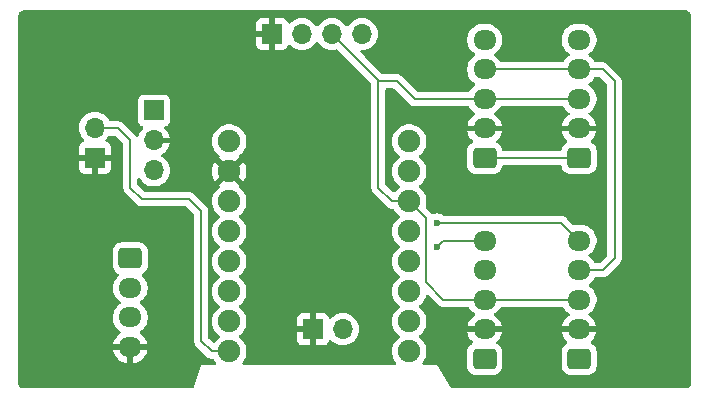
<source format=gbl>
%TF.GenerationSoftware,KiCad,Pcbnew,8.0.9-8.0.9-0~ubuntu22.04.1*%
%TF.CreationDate,2025-04-09T02:20:17+02:00*%
%TF.ProjectId,00pcb,30307063-622e-46b6-9963-61645f706362,rev?*%
%TF.SameCoordinates,Original*%
%TF.FileFunction,Copper,L2,Bot*%
%TF.FilePolarity,Positive*%
%FSLAX46Y46*%
G04 Gerber Fmt 4.6, Leading zero omitted, Abs format (unit mm)*
G04 Created by KiCad (PCBNEW 8.0.9-8.0.9-0~ubuntu22.04.1) date 2025-04-09 02:20:17*
%MOMM*%
%LPD*%
G01*
G04 APERTURE LIST*
G04 Aperture macros list*
%AMRoundRect*
0 Rectangle with rounded corners*
0 $1 Rounding radius*
0 $2 $3 $4 $5 $6 $7 $8 $9 X,Y pos of 4 corners*
0 Add a 4 corners polygon primitive as box body*
4,1,4,$2,$3,$4,$5,$6,$7,$8,$9,$2,$3,0*
0 Add four circle primitives for the rounded corners*
1,1,$1+$1,$2,$3*
1,1,$1+$1,$4,$5*
1,1,$1+$1,$6,$7*
1,1,$1+$1,$8,$9*
0 Add four rect primitives between the rounded corners*
20,1,$1+$1,$2,$3,$4,$5,0*
20,1,$1+$1,$4,$5,$6,$7,0*
20,1,$1+$1,$6,$7,$8,$9,0*
20,1,$1+$1,$8,$9,$2,$3,0*%
G04 Aperture macros list end*
%TA.AperFunction,ComponentPad*%
%ADD10RoundRect,0.250000X-0.725000X0.600000X-0.725000X-0.600000X0.725000X-0.600000X0.725000X0.600000X0*%
%TD*%
%TA.AperFunction,ComponentPad*%
%ADD11O,1.950000X1.700000*%
%TD*%
%TA.AperFunction,ComponentPad*%
%ADD12RoundRect,0.250000X0.725000X-0.600000X0.725000X0.600000X-0.725000X0.600000X-0.725000X-0.600000X0*%
%TD*%
%TA.AperFunction,ComponentPad*%
%ADD13R,1.700000X1.700000*%
%TD*%
%TA.AperFunction,ComponentPad*%
%ADD14O,1.700000X1.700000*%
%TD*%
%TA.AperFunction,ComponentPad*%
%ADD15C,1.905000*%
%TD*%
%TA.AperFunction,ViaPad*%
%ADD16C,5.000000*%
%TD*%
%TA.AperFunction,ViaPad*%
%ADD17C,0.600000*%
%TD*%
%TA.AperFunction,Conductor*%
%ADD18C,0.200000*%
%TD*%
%ADD19C,0.350000*%
%ADD20C,0.300000*%
G04 APERTURE END LIST*
D10*
%TO.P,J7,1,Pin_1*%
%TO.N,dir*%
X115000000Y-99000000D03*
D11*
%TO.P,J7,2,Pin_2*%
%TO.N,stp*%
X115000000Y-101500000D03*
%TO.P,J7,3,Pin_3*%
%TO.N,en*%
X115000000Y-104000000D03*
%TO.P,J7,4,Pin_4*%
%TO.N,GND*%
X115000000Y-106500000D03*
%TD*%
D12*
%TO.P,J5,1,Pin_1*%
%TO.N,VCC*%
X153000000Y-90500000D03*
D11*
%TO.P,J5,2,Pin_2*%
%TO.N,GND*%
X153000000Y-88000000D03*
%TO.P,J5,3,Pin_3*%
%TO.N,scl*%
X153000000Y-85500000D03*
%TO.P,J5,4,Pin_4*%
%TO.N,sda*%
X153000000Y-83000000D03*
%TO.P,J5,5,Pin_5*%
%TO.N,xshut3*%
X153000000Y-80500000D03*
%TD*%
%TO.P,J4,5,Pin_5*%
%TO.N,xshut2*%
X145000000Y-97500000D03*
%TO.P,J4,4,Pin_4*%
%TO.N,sda*%
X145000000Y-100000000D03*
%TO.P,J4,3,Pin_3*%
%TO.N,scl*%
X145000000Y-102500000D03*
%TO.P,J4,2,Pin_2*%
%TO.N,GND*%
X145000000Y-105000000D03*
D12*
%TO.P,J4,1,Pin_1*%
%TO.N,VCC*%
X145000000Y-107500000D03*
%TD*%
D13*
%TO.P,J1,1,Pin_1*%
%TO.N,GND*%
X112000000Y-90475000D03*
D14*
%TO.P,J1,2,Pin_2*%
%TO.N,boot_btn*%
X112000000Y-87935000D03*
%TD*%
D13*
%TO.P,J6,1,Pin_1*%
%TO.N,GND*%
X127000000Y-80000000D03*
D14*
%TO.P,J6,2,Pin_2*%
%TO.N,3.3*%
X129540000Y-80000000D03*
%TO.P,J6,3,Pin_3*%
%TO.N,scl*%
X132080000Y-80000000D03*
%TO.P,J6,4,Pin_4*%
%TO.N,sda*%
X134620000Y-80000000D03*
%TD*%
D13*
%TO.P,J9,1,Pin_1*%
%TO.N,GND*%
X130460000Y-105000000D03*
D14*
%TO.P,J9,2,Pin_2*%
%TO.N,VCC*%
X133000000Y-105000000D03*
%TD*%
D11*
%TO.P,J8,5,Pin_5*%
%TO.N,xshut4*%
X145000000Y-80500000D03*
%TO.P,J8,4,Pin_4*%
%TO.N,sda*%
X145000000Y-83000000D03*
%TO.P,J8,3,Pin_3*%
%TO.N,scl*%
X145000000Y-85500000D03*
%TO.P,J8,2,Pin_2*%
%TO.N,GND*%
X145000000Y-88000000D03*
D12*
%TO.P,J8,1,Pin_1*%
%TO.N,VCC*%
X145000000Y-90500000D03*
%TD*%
D13*
%TO.P,J2,1,Pin_1*%
%TO.N,VCC*%
X117000000Y-86475000D03*
D14*
%TO.P,J2,2,Pin_2*%
%TO.N,GND*%
X117000000Y-89015000D03*
%TO.P,J2,3,Pin_3*%
%TO.N,end_s*%
X117000000Y-91555000D03*
%TD*%
D12*
%TO.P,J3,1,Pin_1*%
%TO.N,VCC*%
X153000000Y-107500000D03*
D11*
%TO.P,J3,2,Pin_2*%
%TO.N,GND*%
X153000000Y-105000000D03*
%TO.P,J3,3,Pin_3*%
%TO.N,scl*%
X153000000Y-102500000D03*
%TO.P,J3,4,Pin_4*%
%TO.N,sda*%
X153000000Y-100000000D03*
%TO.P,J3,5,Pin_5*%
%TO.N,xshut1*%
X153000000Y-97500000D03*
%TD*%
D15*
%TO.P,U1,0,GPIO0*%
%TO.N,boot_btn*%
X123380000Y-106880000D03*
%TO.P,U1,1,GPIO1*%
%TO.N,en*%
X123380000Y-104340000D03*
%TO.P,U1,2,GPIO2*%
%TO.N,stp*%
X123380000Y-101800000D03*
%TO.P,U1,3,GPIO3*%
%TO.N,dir*%
X123380000Y-99260000D03*
%TO.P,U1,3.3,3V3*%
%TO.N,3.3*%
X123380000Y-94180000D03*
%TO.P,U1,4,GPIO4*%
%TO.N,end_s*%
X123380000Y-96720000D03*
%TO.P,U1,5,GPIO5*%
%TO.N,xshut4*%
X138620000Y-89100000D03*
%TO.P,U1,5V,5V*%
%TO.N,VCC*%
X123380000Y-89100000D03*
%TO.P,U1,6,GPIO6*%
%TO.N,sda*%
X138620000Y-91640000D03*
%TO.P,U1,7,GPIO7*%
%TO.N,scl*%
X138620000Y-94180000D03*
%TO.P,U1,8,GPIO8*%
%TO.N,xshut1*%
X138620000Y-96720000D03*
%TO.P,U1,9,GPIO9*%
%TO.N,xshut2*%
X138620000Y-99260000D03*
%TO.P,U1,10,GPIO10*%
%TO.N,xshut3*%
X138620000Y-101800000D03*
%TO.P,U1,20,GPIO20*%
%TO.N,unconnected-(U1-GPIO20-Pad20)*%
X138620000Y-104340000D03*
%TO.P,U1,21,GPIO21*%
%TO.N,unconnected-(U1-GPIO21-Pad21)*%
X138620000Y-106880000D03*
%TO.P,U1,G,GND*%
%TO.N,GND*%
X123380000Y-91640000D03*
%TD*%
D16*
%TO.N,GND*%
X108000000Y-81000000D03*
X108000000Y-107000000D03*
X160000000Y-107000000D03*
X160000000Y-81000000D03*
D17*
%TO.N,xshut2*%
X141000000Y-98000000D03*
%TO.N,xshut1*%
X141002843Y-95997157D03*
%TD*%
D18*
%TO.N,boot_btn*%
X112000000Y-87935000D02*
X112065000Y-88000000D01*
X112065000Y-88000000D02*
X114000000Y-88000000D01*
X114000000Y-88000000D02*
X115000000Y-89000000D01*
X115000000Y-89000000D02*
X115000000Y-93000000D01*
X115000000Y-93000000D02*
X116000000Y-94000000D01*
X116000000Y-94000000D02*
X120000000Y-94000000D01*
X120000000Y-94000000D02*
X121000000Y-95000000D01*
X121880000Y-106880000D02*
X123380000Y-106880000D01*
X121000000Y-95000000D02*
X121000000Y-106000000D01*
X121000000Y-106000000D02*
X121880000Y-106880000D01*
%TO.N,scl*%
X138620000Y-94180000D02*
X137180000Y-94180000D01*
X137180000Y-94180000D02*
X136000000Y-93000000D01*
X136000000Y-93000000D02*
X136000000Y-83920000D01*
X136000000Y-83920000D02*
X134540000Y-82460000D01*
X145000000Y-85500000D02*
X139080000Y-85500000D01*
X139080000Y-85500000D02*
X137580000Y-84000000D01*
X137580000Y-84000000D02*
X136080000Y-84000000D01*
X136080000Y-84000000D02*
X134540000Y-82460000D01*
%TO.N,sda*%
X153000000Y-83000000D02*
X155000000Y-83000000D01*
X155000000Y-100000000D02*
X153000000Y-100000000D01*
X155000000Y-83000000D02*
X156000000Y-84000000D01*
X156000000Y-84000000D02*
X156000000Y-99000000D01*
X156000000Y-99000000D02*
X155000000Y-100000000D01*
%TO.N,scl*%
X145000000Y-102500000D02*
X141500000Y-102500000D01*
X141500000Y-102500000D02*
X140000000Y-101000000D01*
X140000000Y-101000000D02*
X140000000Y-95560000D01*
X140000000Y-95560000D02*
X138620000Y-94180000D01*
%TO.N,sda*%
X153000000Y-83000000D02*
X145000000Y-83000000D01*
%TO.N,xshut2*%
X141500000Y-97500000D02*
X141000000Y-98000000D01*
X145000000Y-97500000D02*
X141500000Y-97500000D01*
%TO.N,xshut1*%
X153000000Y-97500000D02*
X151500000Y-96000000D01*
X151500000Y-96000000D02*
X141005686Y-96000000D01*
X141005686Y-96000000D02*
X141002843Y-95997157D01*
%TO.N,VCC*%
X145000000Y-90500000D02*
X153000000Y-90500000D01*
%TO.N,scl*%
X134540000Y-82460000D02*
X132080000Y-80000000D01*
X153000000Y-102500000D02*
X145000000Y-102500000D01*
X153000000Y-85500000D02*
X145000000Y-85500000D01*
%TD*%
%TA.AperFunction,Conductor*%
%TO.N,GND*%
G36*
X162006922Y-78001280D02*
G01*
X162097266Y-78011459D01*
X162124331Y-78017636D01*
X162203540Y-78045352D01*
X162228553Y-78057398D01*
X162299606Y-78102043D01*
X162321313Y-78119355D01*
X162380644Y-78178686D01*
X162397957Y-78200395D01*
X162442600Y-78271444D01*
X162454648Y-78296462D01*
X162482362Y-78375666D01*
X162488540Y-78402735D01*
X162498720Y-78493076D01*
X162499500Y-78506961D01*
X162499500Y-109493038D01*
X162498720Y-109506923D01*
X162488540Y-109597264D01*
X162482362Y-109624333D01*
X162454648Y-109703537D01*
X162442600Y-109728555D01*
X162397957Y-109799604D01*
X162380644Y-109821313D01*
X162321313Y-109880644D01*
X162299604Y-109897957D01*
X162228555Y-109942600D01*
X162203537Y-109954648D01*
X162124333Y-109982362D01*
X162097264Y-109988540D01*
X162017075Y-109997576D01*
X162006921Y-109998720D01*
X161993038Y-109999500D01*
X142269907Y-109999500D01*
X142202868Y-109979815D01*
X142163578Y-109939297D01*
X141000000Y-108000000D01*
X139846585Y-108000000D01*
X139779546Y-107980315D01*
X139733791Y-107927511D01*
X139723847Y-107858353D01*
X139752872Y-107794797D01*
X139755355Y-107792017D01*
X139770551Y-107775510D01*
X139902255Y-107573922D01*
X139998983Y-107353405D01*
X140058095Y-107119976D01*
X140070108Y-106975000D01*
X140077980Y-106880005D01*
X140077980Y-106879994D01*
X140064272Y-106714566D01*
X140058095Y-106640024D01*
X139998983Y-106406595D01*
X139902255Y-106186078D01*
X139770551Y-105984490D01*
X139607463Y-105807329D01*
X139535432Y-105751265D01*
X139479656Y-105707853D01*
X139438843Y-105651143D01*
X139435168Y-105581370D01*
X139469800Y-105520687D01*
X139479656Y-105512147D01*
X139527382Y-105475000D01*
X139607463Y-105412671D01*
X139770551Y-105235510D01*
X139902255Y-105033922D01*
X139998983Y-104813405D01*
X140058095Y-104579976D01*
X140077980Y-104340000D01*
X140076502Y-104322169D01*
X140060463Y-104128599D01*
X140058095Y-104100024D01*
X139998983Y-103866595D01*
X139902255Y-103646078D01*
X139770551Y-103444490D01*
X139607463Y-103267329D01*
X139479656Y-103167853D01*
X139438843Y-103111143D01*
X139435168Y-103041370D01*
X139469800Y-102980687D01*
X139479656Y-102972147D01*
X139500072Y-102956255D01*
X139607463Y-102872671D01*
X139770551Y-102695510D01*
X139902255Y-102493922D01*
X139998983Y-102273405D01*
X140031325Y-102145687D01*
X140066865Y-102085532D01*
X140129285Y-102054140D01*
X140198768Y-102061478D01*
X140239212Y-102088447D01*
X141015139Y-102864374D01*
X141015149Y-102864385D01*
X141019479Y-102868715D01*
X141019480Y-102868716D01*
X141131284Y-102980520D01*
X141131286Y-102980521D01*
X141131290Y-102980524D01*
X141215007Y-103028857D01*
X141268216Y-103059577D01*
X141380019Y-103089534D01*
X141420942Y-103100500D01*
X141420943Y-103100500D01*
X143589281Y-103100500D01*
X143656320Y-103120185D01*
X143699765Y-103168205D01*
X143719947Y-103207814D01*
X143719948Y-103207815D01*
X143844890Y-103379786D01*
X143995209Y-103530105D01*
X143995214Y-103530109D01*
X144160218Y-103649991D01*
X144202884Y-103705320D01*
X144208863Y-103774934D01*
X144176258Y-103836729D01*
X144160218Y-103850627D01*
X143995540Y-103970272D01*
X143995535Y-103970276D01*
X143845276Y-104120535D01*
X143845272Y-104120540D01*
X143720379Y-104292442D01*
X143623904Y-104481782D01*
X143558242Y-104683870D01*
X143558242Y-104683873D01*
X143547769Y-104750000D01*
X144595854Y-104750000D01*
X144557370Y-104816657D01*
X144525000Y-104937465D01*
X144525000Y-105062535D01*
X144557370Y-105183343D01*
X144595854Y-105250000D01*
X143547769Y-105250000D01*
X143558242Y-105316126D01*
X143558242Y-105316129D01*
X143623904Y-105518217D01*
X143720379Y-105707557D01*
X143845272Y-105879459D01*
X143845276Y-105879464D01*
X143984143Y-106018331D01*
X144017628Y-106079654D01*
X144012644Y-106149346D01*
X143970772Y-106205279D01*
X143961559Y-106211551D01*
X143806342Y-106307289D01*
X143682289Y-106431342D01*
X143590187Y-106580663D01*
X143590186Y-106580666D01*
X143535001Y-106747203D01*
X143535001Y-106747204D01*
X143535000Y-106747204D01*
X143524500Y-106849983D01*
X143524500Y-108150001D01*
X143524501Y-108150018D01*
X143535000Y-108252796D01*
X143535001Y-108252799D01*
X143590185Y-108419331D01*
X143590186Y-108419334D01*
X143682288Y-108568656D01*
X143806344Y-108692712D01*
X143955666Y-108784814D01*
X144122203Y-108839999D01*
X144224991Y-108850500D01*
X145775008Y-108850499D01*
X145877797Y-108839999D01*
X146044334Y-108784814D01*
X146193656Y-108692712D01*
X146317712Y-108568656D01*
X146409814Y-108419334D01*
X146464999Y-108252797D01*
X146475500Y-108150009D01*
X146475499Y-106849992D01*
X146464999Y-106747203D01*
X146409814Y-106580666D01*
X146317712Y-106431344D01*
X146193656Y-106307288D01*
X146044334Y-106215186D01*
X146044332Y-106215185D01*
X146038440Y-106211551D01*
X145991716Y-106159603D01*
X145980493Y-106090641D01*
X146008337Y-106026558D01*
X146015856Y-106018330D01*
X146154728Y-105879458D01*
X146279620Y-105707557D01*
X146376095Y-105518217D01*
X146441757Y-105316129D01*
X146441757Y-105316126D01*
X146452231Y-105250000D01*
X145404146Y-105250000D01*
X145442630Y-105183343D01*
X145475000Y-105062535D01*
X145475000Y-104937465D01*
X145442630Y-104816657D01*
X145404146Y-104750000D01*
X146452231Y-104750000D01*
X146441757Y-104683873D01*
X146441757Y-104683870D01*
X146376095Y-104481782D01*
X146279620Y-104292442D01*
X146154727Y-104120540D01*
X146154723Y-104120535D01*
X146004464Y-103970276D01*
X146004459Y-103970272D01*
X145839781Y-103850627D01*
X145797115Y-103795297D01*
X145791136Y-103725684D01*
X145823741Y-103663889D01*
X145839776Y-103649994D01*
X146004792Y-103530104D01*
X146155104Y-103379792D01*
X146155106Y-103379788D01*
X146155109Y-103379786D01*
X146236810Y-103267332D01*
X146280051Y-103207816D01*
X146280349Y-103207230D01*
X146300235Y-103168205D01*
X146348209Y-103117409D01*
X146410719Y-103100500D01*
X151589281Y-103100500D01*
X151656320Y-103120185D01*
X151699765Y-103168205D01*
X151719947Y-103207814D01*
X151719948Y-103207815D01*
X151844890Y-103379786D01*
X151995209Y-103530105D01*
X151995214Y-103530109D01*
X152160218Y-103649991D01*
X152202884Y-103705320D01*
X152208863Y-103774934D01*
X152176258Y-103836729D01*
X152160218Y-103850627D01*
X151995540Y-103970272D01*
X151995535Y-103970276D01*
X151845276Y-104120535D01*
X151845272Y-104120540D01*
X151720379Y-104292442D01*
X151623904Y-104481782D01*
X151558242Y-104683870D01*
X151558242Y-104683873D01*
X151547769Y-104750000D01*
X152595854Y-104750000D01*
X152557370Y-104816657D01*
X152525000Y-104937465D01*
X152525000Y-105062535D01*
X152557370Y-105183343D01*
X152595854Y-105250000D01*
X151547769Y-105250000D01*
X151558242Y-105316126D01*
X151558242Y-105316129D01*
X151623904Y-105518217D01*
X151720379Y-105707557D01*
X151845272Y-105879459D01*
X151845276Y-105879464D01*
X151984143Y-106018331D01*
X152017628Y-106079654D01*
X152012644Y-106149346D01*
X151970772Y-106205279D01*
X151961559Y-106211551D01*
X151806342Y-106307289D01*
X151682289Y-106431342D01*
X151590187Y-106580663D01*
X151590186Y-106580666D01*
X151535001Y-106747203D01*
X151535001Y-106747204D01*
X151535000Y-106747204D01*
X151524500Y-106849983D01*
X151524500Y-108150001D01*
X151524501Y-108150018D01*
X151535000Y-108252796D01*
X151535001Y-108252799D01*
X151590185Y-108419331D01*
X151590186Y-108419334D01*
X151682288Y-108568656D01*
X151806344Y-108692712D01*
X151955666Y-108784814D01*
X152122203Y-108839999D01*
X152224991Y-108850500D01*
X153775008Y-108850499D01*
X153877797Y-108839999D01*
X154044334Y-108784814D01*
X154193656Y-108692712D01*
X154317712Y-108568656D01*
X154409814Y-108419334D01*
X154464999Y-108252797D01*
X154475500Y-108150009D01*
X154475499Y-106999998D01*
X157994390Y-106999998D01*
X157994390Y-107000001D01*
X158014804Y-107285433D01*
X158075628Y-107565037D01*
X158075630Y-107565043D01*
X158075631Y-107565046D01*
X158128485Y-107706753D01*
X158175635Y-107833166D01*
X158312770Y-108084309D01*
X158312775Y-108084317D01*
X158484254Y-108313387D01*
X158484270Y-108313405D01*
X158686594Y-108515729D01*
X158686612Y-108515745D01*
X158915682Y-108687224D01*
X158915690Y-108687229D01*
X159166833Y-108824364D01*
X159166832Y-108824364D01*
X159166836Y-108824365D01*
X159166839Y-108824367D01*
X159434954Y-108924369D01*
X159434960Y-108924370D01*
X159434962Y-108924371D01*
X159714566Y-108985195D01*
X159714568Y-108985195D01*
X159714572Y-108985196D01*
X159968220Y-109003337D01*
X159999999Y-109005610D01*
X160000000Y-109005610D01*
X160000001Y-109005610D01*
X160028595Y-109003564D01*
X160285428Y-108985196D01*
X160565046Y-108924369D01*
X160833161Y-108824367D01*
X161084315Y-108687226D01*
X161313395Y-108515739D01*
X161515739Y-108313395D01*
X161687226Y-108084315D01*
X161824367Y-107833161D01*
X161924369Y-107565046D01*
X161951663Y-107439577D01*
X161985195Y-107285433D01*
X161985195Y-107285432D01*
X161985196Y-107285428D01*
X162005610Y-107000000D01*
X161985196Y-106714572D01*
X161952122Y-106562535D01*
X161924371Y-106434962D01*
X161924370Y-106434960D01*
X161924369Y-106434954D01*
X161824367Y-106166839D01*
X161783552Y-106092093D01*
X161687229Y-105915690D01*
X161687224Y-105915682D01*
X161515745Y-105686612D01*
X161515729Y-105686594D01*
X161313405Y-105484270D01*
X161313387Y-105484254D01*
X161084317Y-105312775D01*
X161084309Y-105312770D01*
X160833166Y-105175635D01*
X160833167Y-105175635D01*
X160725915Y-105135632D01*
X160565046Y-105075631D01*
X160565043Y-105075630D01*
X160565037Y-105075628D01*
X160285433Y-105014804D01*
X160000001Y-104994390D01*
X159999999Y-104994390D01*
X159714566Y-105014804D01*
X159434962Y-105075628D01*
X159166833Y-105175635D01*
X158915690Y-105312770D01*
X158915682Y-105312775D01*
X158686612Y-105484254D01*
X158686594Y-105484270D01*
X158484270Y-105686594D01*
X158484254Y-105686612D01*
X158312775Y-105915682D01*
X158312770Y-105915690D01*
X158175635Y-106166833D01*
X158075628Y-106434962D01*
X158014804Y-106714566D01*
X157994390Y-106999998D01*
X154475499Y-106999998D01*
X154475499Y-106849992D01*
X154464999Y-106747203D01*
X154409814Y-106580666D01*
X154317712Y-106431344D01*
X154193656Y-106307288D01*
X154044334Y-106215186D01*
X154044332Y-106215185D01*
X154038440Y-106211551D01*
X153991716Y-106159603D01*
X153980493Y-106090641D01*
X154008337Y-106026558D01*
X154015856Y-106018330D01*
X154154728Y-105879458D01*
X154279620Y-105707557D01*
X154376095Y-105518217D01*
X154441757Y-105316129D01*
X154441757Y-105316126D01*
X154452231Y-105250000D01*
X153404146Y-105250000D01*
X153442630Y-105183343D01*
X153475000Y-105062535D01*
X153475000Y-104937465D01*
X153442630Y-104816657D01*
X153404146Y-104750000D01*
X154452231Y-104750000D01*
X154441757Y-104683873D01*
X154441757Y-104683870D01*
X154376095Y-104481782D01*
X154279620Y-104292442D01*
X154154727Y-104120540D01*
X154154723Y-104120535D01*
X154004464Y-103970276D01*
X154004459Y-103970272D01*
X153839781Y-103850627D01*
X153797115Y-103795297D01*
X153791136Y-103725684D01*
X153823741Y-103663889D01*
X153839776Y-103649994D01*
X154004792Y-103530104D01*
X154155104Y-103379792D01*
X154155106Y-103379788D01*
X154155109Y-103379786D01*
X154280048Y-103207820D01*
X154280047Y-103207820D01*
X154280051Y-103207816D01*
X154376557Y-103018412D01*
X154442246Y-102816243D01*
X154475500Y-102606287D01*
X154475500Y-102393713D01*
X154442246Y-102183757D01*
X154376557Y-101981588D01*
X154280051Y-101792184D01*
X154280049Y-101792181D01*
X154280048Y-101792179D01*
X154155109Y-101620213D01*
X154004792Y-101469896D01*
X153899934Y-101393713D01*
X153840204Y-101350316D01*
X153797540Y-101294989D01*
X153791561Y-101225376D01*
X153824166Y-101163580D01*
X153840199Y-101149686D01*
X154004792Y-101030104D01*
X154155104Y-100879792D01*
X154155106Y-100879788D01*
X154155109Y-100879786D01*
X154218758Y-100792179D01*
X154280051Y-100707816D01*
X154284083Y-100699903D01*
X154300235Y-100668205D01*
X154348209Y-100617409D01*
X154410719Y-100600500D01*
X154913331Y-100600500D01*
X154913347Y-100600501D01*
X154920943Y-100600501D01*
X155079054Y-100600501D01*
X155079057Y-100600501D01*
X155231785Y-100559577D01*
X155281904Y-100530639D01*
X155368716Y-100480520D01*
X155480520Y-100368716D01*
X155480520Y-100368714D01*
X155490728Y-100358507D01*
X155490729Y-100358504D01*
X156480520Y-99368716D01*
X156559577Y-99231784D01*
X156600501Y-99079057D01*
X156600501Y-98920942D01*
X156600501Y-98913347D01*
X156600500Y-98913329D01*
X156600500Y-84089060D01*
X156600501Y-84089047D01*
X156600501Y-83920944D01*
X156589474Y-83879792D01*
X156559577Y-83768216D01*
X156524708Y-83707820D01*
X156480524Y-83631290D01*
X156480518Y-83631282D01*
X155487590Y-82638355D01*
X155487588Y-82638352D01*
X155368717Y-82519481D01*
X155368716Y-82519480D01*
X155281904Y-82469360D01*
X155281904Y-82469359D01*
X155281900Y-82469358D01*
X155231785Y-82440423D01*
X155079057Y-82399499D01*
X154920943Y-82399499D01*
X154913347Y-82399499D01*
X154913331Y-82399500D01*
X154410719Y-82399500D01*
X154343680Y-82379815D01*
X154300235Y-82331795D01*
X154280052Y-82292185D01*
X154280051Y-82292184D01*
X154155109Y-82120213D01*
X154004792Y-81969896D01*
X153940820Y-81923418D01*
X153840204Y-81850316D01*
X153797540Y-81794989D01*
X153791561Y-81725376D01*
X153824166Y-81663580D01*
X153840199Y-81649686D01*
X154004792Y-81530104D01*
X154155104Y-81379792D01*
X154155106Y-81379788D01*
X154155109Y-81379786D01*
X154280048Y-81207820D01*
X154280047Y-81207820D01*
X154280051Y-81207816D01*
X154376557Y-81018412D01*
X154382540Y-80999998D01*
X157994390Y-80999998D01*
X157994390Y-81000001D01*
X158014804Y-81285433D01*
X158075628Y-81565037D01*
X158075630Y-81565043D01*
X158075631Y-81565046D01*
X158153800Y-81774625D01*
X158175635Y-81833166D01*
X158312770Y-82084309D01*
X158312775Y-82084317D01*
X158484254Y-82313387D01*
X158484270Y-82313405D01*
X158686594Y-82515729D01*
X158686612Y-82515745D01*
X158915682Y-82687224D01*
X158915690Y-82687229D01*
X159166833Y-82824364D01*
X159166832Y-82824364D01*
X159166836Y-82824365D01*
X159166839Y-82824367D01*
X159434954Y-82924369D01*
X159434960Y-82924370D01*
X159434962Y-82924371D01*
X159714566Y-82985195D01*
X159714568Y-82985195D01*
X159714572Y-82985196D01*
X159968220Y-83003337D01*
X159999999Y-83005610D01*
X160000000Y-83005610D01*
X160000001Y-83005610D01*
X160028595Y-83003564D01*
X160285428Y-82985196D01*
X160565046Y-82924369D01*
X160833161Y-82824367D01*
X161084315Y-82687226D01*
X161313395Y-82515739D01*
X161515739Y-82313395D01*
X161687226Y-82084315D01*
X161824367Y-81833161D01*
X161924369Y-81565046D01*
X161969918Y-81355659D01*
X161985195Y-81285433D01*
X161985195Y-81285432D01*
X161985196Y-81285428D01*
X162005610Y-81000000D01*
X161985196Y-80714572D01*
X161977203Y-80677830D01*
X161924371Y-80434962D01*
X161924370Y-80434960D01*
X161924369Y-80434954D01*
X161824367Y-80166839D01*
X161744025Y-80019705D01*
X161687229Y-79915690D01*
X161687224Y-79915682D01*
X161515745Y-79686612D01*
X161515729Y-79686594D01*
X161313405Y-79484270D01*
X161313387Y-79484254D01*
X161084317Y-79312775D01*
X161084309Y-79312770D01*
X160833166Y-79175635D01*
X160833167Y-79175635D01*
X160707053Y-79128597D01*
X160565046Y-79075631D01*
X160565043Y-79075630D01*
X160565037Y-79075628D01*
X160285433Y-79014804D01*
X160000001Y-78994390D01*
X159999999Y-78994390D01*
X159714566Y-79014804D01*
X159434962Y-79075628D01*
X159166833Y-79175635D01*
X158915690Y-79312770D01*
X158915682Y-79312775D01*
X158686612Y-79484254D01*
X158686594Y-79484270D01*
X158484270Y-79686594D01*
X158484254Y-79686612D01*
X158312775Y-79915682D01*
X158312770Y-79915690D01*
X158175635Y-80166833D01*
X158075628Y-80434962D01*
X158014804Y-80714566D01*
X157994390Y-80999998D01*
X154382540Y-80999998D01*
X154442246Y-80816243D01*
X154475500Y-80606287D01*
X154475500Y-80393713D01*
X154442246Y-80183757D01*
X154376557Y-79981588D01*
X154280051Y-79792184D01*
X154280049Y-79792181D01*
X154280048Y-79792179D01*
X154155109Y-79620213D01*
X154004786Y-79469890D01*
X153832820Y-79344951D01*
X153643414Y-79248444D01*
X153643413Y-79248443D01*
X153643412Y-79248443D01*
X153441243Y-79182754D01*
X153441241Y-79182753D01*
X153441240Y-79182753D01*
X153279957Y-79157208D01*
X153231287Y-79149500D01*
X152768713Y-79149500D01*
X152720042Y-79157208D01*
X152558760Y-79182753D01*
X152356585Y-79248444D01*
X152167179Y-79344951D01*
X151995213Y-79469890D01*
X151844890Y-79620213D01*
X151719951Y-79792179D01*
X151623444Y-79981585D01*
X151557753Y-80183760D01*
X151556291Y-80192993D01*
X151524500Y-80393713D01*
X151524500Y-80606287D01*
X151557754Y-80816243D01*
X151586461Y-80904595D01*
X151623444Y-81018414D01*
X151719951Y-81207820D01*
X151844890Y-81379786D01*
X151995209Y-81530105D01*
X151995214Y-81530109D01*
X152159793Y-81649682D01*
X152202459Y-81705011D01*
X152208438Y-81774625D01*
X152175833Y-81836420D01*
X152159793Y-81850318D01*
X151995214Y-81969890D01*
X151995209Y-81969894D01*
X151844890Y-82120213D01*
X151719948Y-82292184D01*
X151719947Y-82292185D01*
X151699765Y-82331795D01*
X151651791Y-82382591D01*
X151589281Y-82399500D01*
X146410719Y-82399500D01*
X146343680Y-82379815D01*
X146300235Y-82331795D01*
X146280052Y-82292185D01*
X146280051Y-82292184D01*
X146155109Y-82120213D01*
X146004792Y-81969896D01*
X145940820Y-81923418D01*
X145840204Y-81850316D01*
X145797540Y-81794989D01*
X145791561Y-81725376D01*
X145824166Y-81663580D01*
X145840199Y-81649686D01*
X146004792Y-81530104D01*
X146155104Y-81379792D01*
X146155106Y-81379788D01*
X146155109Y-81379786D01*
X146280048Y-81207820D01*
X146280047Y-81207820D01*
X146280051Y-81207816D01*
X146376557Y-81018412D01*
X146442246Y-80816243D01*
X146475500Y-80606287D01*
X146475500Y-80393713D01*
X146442246Y-80183757D01*
X146376557Y-79981588D01*
X146280051Y-79792184D01*
X146280049Y-79792181D01*
X146280048Y-79792179D01*
X146155109Y-79620213D01*
X146004786Y-79469890D01*
X145832820Y-79344951D01*
X145643414Y-79248444D01*
X145643413Y-79248443D01*
X145643412Y-79248443D01*
X145441243Y-79182754D01*
X145441241Y-79182753D01*
X145441240Y-79182753D01*
X145279957Y-79157208D01*
X145231287Y-79149500D01*
X144768713Y-79149500D01*
X144720042Y-79157208D01*
X144558760Y-79182753D01*
X144356585Y-79248444D01*
X144167179Y-79344951D01*
X143995213Y-79469890D01*
X143844890Y-79620213D01*
X143719951Y-79792179D01*
X143623444Y-79981585D01*
X143557753Y-80183760D01*
X143556291Y-80192993D01*
X143524500Y-80393713D01*
X143524500Y-80606287D01*
X143557754Y-80816243D01*
X143586461Y-80904595D01*
X143623444Y-81018414D01*
X143719951Y-81207820D01*
X143844890Y-81379786D01*
X143995209Y-81530105D01*
X143995214Y-81530109D01*
X144159793Y-81649682D01*
X144202459Y-81705011D01*
X144208438Y-81774625D01*
X144175833Y-81836420D01*
X144159793Y-81850318D01*
X143995214Y-81969890D01*
X143995209Y-81969894D01*
X143844890Y-82120213D01*
X143719951Y-82292179D01*
X143623444Y-82481585D01*
X143557753Y-82683760D01*
X143524500Y-82893713D01*
X143524500Y-83106287D01*
X143557754Y-83316243D01*
X143605137Y-83462073D01*
X143623444Y-83518414D01*
X143719951Y-83707820D01*
X143844890Y-83879786D01*
X143995209Y-84030105D01*
X143995214Y-84030109D01*
X144159793Y-84149682D01*
X144202459Y-84205011D01*
X144208438Y-84274625D01*
X144175833Y-84336420D01*
X144159793Y-84350318D01*
X143995214Y-84469890D01*
X143995209Y-84469894D01*
X143844890Y-84620213D01*
X143719948Y-84792184D01*
X143719947Y-84792185D01*
X143699765Y-84831795D01*
X143651791Y-84882591D01*
X143589281Y-84899500D01*
X139380097Y-84899500D01*
X139313058Y-84879815D01*
X139292416Y-84863181D01*
X138067590Y-83638355D01*
X138067588Y-83638352D01*
X137948717Y-83519481D01*
X137948716Y-83519480D01*
X137849283Y-83462073D01*
X137849282Y-83462072D01*
X137811783Y-83440422D01*
X137755881Y-83425443D01*
X137659057Y-83399499D01*
X137500943Y-83399499D01*
X137493347Y-83399499D01*
X137493331Y-83399500D01*
X136380098Y-83399500D01*
X136313059Y-83379815D01*
X136292417Y-83363181D01*
X134908716Y-81979481D01*
X134493666Y-81564431D01*
X134460181Y-81503108D01*
X134465165Y-81433416D01*
X134507037Y-81377483D01*
X134572501Y-81353066D01*
X134592144Y-81353221D01*
X134620000Y-81355659D01*
X134855408Y-81335063D01*
X135083663Y-81273903D01*
X135297830Y-81174035D01*
X135491401Y-81038495D01*
X135658495Y-80871401D01*
X135794035Y-80677830D01*
X135893903Y-80463663D01*
X135955063Y-80235408D01*
X135975659Y-80000000D01*
X135955063Y-79764592D01*
X135893903Y-79536337D01*
X135794035Y-79322171D01*
X135788425Y-79314158D01*
X135658494Y-79128597D01*
X135491402Y-78961506D01*
X135491395Y-78961501D01*
X135297834Y-78825967D01*
X135297830Y-78825965D01*
X135226727Y-78792809D01*
X135083663Y-78726097D01*
X135083659Y-78726096D01*
X135083655Y-78726094D01*
X134855413Y-78664938D01*
X134855403Y-78664936D01*
X134620001Y-78644341D01*
X134619999Y-78644341D01*
X134384596Y-78664936D01*
X134384586Y-78664938D01*
X134156344Y-78726094D01*
X134156335Y-78726098D01*
X133942171Y-78825964D01*
X133942169Y-78825965D01*
X133748597Y-78961505D01*
X133581505Y-79128597D01*
X133451575Y-79314158D01*
X133396998Y-79357783D01*
X133327500Y-79364977D01*
X133265145Y-79333454D01*
X133248425Y-79314158D01*
X133118494Y-79128597D01*
X132951402Y-78961506D01*
X132951395Y-78961501D01*
X132757834Y-78825967D01*
X132757830Y-78825965D01*
X132686727Y-78792809D01*
X132543663Y-78726097D01*
X132543659Y-78726096D01*
X132543655Y-78726094D01*
X132315413Y-78664938D01*
X132315403Y-78664936D01*
X132080001Y-78644341D01*
X132079999Y-78644341D01*
X131844596Y-78664936D01*
X131844586Y-78664938D01*
X131616344Y-78726094D01*
X131616335Y-78726098D01*
X131402171Y-78825964D01*
X131402169Y-78825965D01*
X131208597Y-78961505D01*
X131041505Y-79128597D01*
X130911575Y-79314158D01*
X130856998Y-79357783D01*
X130787500Y-79364977D01*
X130725145Y-79333454D01*
X130708425Y-79314158D01*
X130578494Y-79128597D01*
X130411402Y-78961506D01*
X130411395Y-78961501D01*
X130217834Y-78825967D01*
X130217830Y-78825965D01*
X130146727Y-78792809D01*
X130003663Y-78726097D01*
X130003659Y-78726096D01*
X130003655Y-78726094D01*
X129775413Y-78664938D01*
X129775403Y-78664936D01*
X129540001Y-78644341D01*
X129539999Y-78644341D01*
X129304596Y-78664936D01*
X129304586Y-78664938D01*
X129076344Y-78726094D01*
X129076335Y-78726098D01*
X128862171Y-78825964D01*
X128862169Y-78825965D01*
X128668600Y-78961503D01*
X128546284Y-79083819D01*
X128484961Y-79117303D01*
X128415269Y-79112319D01*
X128359336Y-79070447D01*
X128342421Y-79039470D01*
X128293354Y-78907913D01*
X128293350Y-78907906D01*
X128207190Y-78792812D01*
X128207187Y-78792809D01*
X128092093Y-78706649D01*
X128092086Y-78706645D01*
X127957379Y-78656403D01*
X127957372Y-78656401D01*
X127897844Y-78650000D01*
X127250000Y-78650000D01*
X127250000Y-79566988D01*
X127192993Y-79534075D01*
X127065826Y-79500000D01*
X126934174Y-79500000D01*
X126807007Y-79534075D01*
X126750000Y-79566988D01*
X126750000Y-78650000D01*
X126102155Y-78650000D01*
X126042627Y-78656401D01*
X126042620Y-78656403D01*
X125907913Y-78706645D01*
X125907906Y-78706649D01*
X125792812Y-78792809D01*
X125792809Y-78792812D01*
X125706649Y-78907906D01*
X125706645Y-78907913D01*
X125656403Y-79042620D01*
X125656401Y-79042627D01*
X125650000Y-79102155D01*
X125650000Y-79750000D01*
X126566988Y-79750000D01*
X126534075Y-79807007D01*
X126500000Y-79934174D01*
X126500000Y-80065826D01*
X126534075Y-80192993D01*
X126566988Y-80250000D01*
X125650000Y-80250000D01*
X125650000Y-80897844D01*
X125656401Y-80957372D01*
X125656403Y-80957379D01*
X125706645Y-81092086D01*
X125706649Y-81092093D01*
X125792809Y-81207187D01*
X125792812Y-81207190D01*
X125907906Y-81293350D01*
X125907913Y-81293354D01*
X126042620Y-81343596D01*
X126042627Y-81343598D01*
X126102155Y-81349999D01*
X126102172Y-81350000D01*
X126750000Y-81350000D01*
X126750000Y-80433012D01*
X126807007Y-80465925D01*
X126934174Y-80500000D01*
X127065826Y-80500000D01*
X127192993Y-80465925D01*
X127250000Y-80433012D01*
X127250000Y-81350000D01*
X127897828Y-81350000D01*
X127897844Y-81349999D01*
X127957372Y-81343598D01*
X127957379Y-81343596D01*
X128092086Y-81293354D01*
X128092093Y-81293350D01*
X128207187Y-81207190D01*
X128207190Y-81207187D01*
X128293350Y-81092093D01*
X128293354Y-81092086D01*
X128342422Y-80960529D01*
X128384293Y-80904595D01*
X128449757Y-80880178D01*
X128518030Y-80895030D01*
X128546285Y-80916181D01*
X128668599Y-81038495D01*
X128745135Y-81092086D01*
X128862165Y-81174032D01*
X128862167Y-81174033D01*
X128862170Y-81174035D01*
X129076337Y-81273903D01*
X129304592Y-81335063D01*
X129475319Y-81350000D01*
X129539999Y-81355659D01*
X129540000Y-81355659D01*
X129540001Y-81355659D01*
X129604681Y-81350000D01*
X129775408Y-81335063D01*
X130003663Y-81273903D01*
X130217830Y-81174035D01*
X130411401Y-81038495D01*
X130578495Y-80871401D01*
X130708425Y-80685842D01*
X130763002Y-80642217D01*
X130832500Y-80635023D01*
X130894855Y-80666546D01*
X130911575Y-80685842D01*
X131041500Y-80871395D01*
X131041505Y-80871401D01*
X131208599Y-81038495D01*
X131285135Y-81092086D01*
X131402165Y-81174032D01*
X131402167Y-81174033D01*
X131402170Y-81174035D01*
X131616337Y-81273903D01*
X131844592Y-81335063D01*
X132015319Y-81350000D01*
X132079999Y-81355659D01*
X132080000Y-81355659D01*
X132080001Y-81355659D01*
X132144681Y-81350000D01*
X132315408Y-81335063D01*
X132443757Y-81300672D01*
X132513606Y-81302335D01*
X132563531Y-81332766D01*
X135363181Y-84132416D01*
X135396666Y-84193739D01*
X135399500Y-84220097D01*
X135399500Y-92913330D01*
X135399499Y-92913348D01*
X135399499Y-93079054D01*
X135399498Y-93079054D01*
X135440423Y-93231785D01*
X135469358Y-93281900D01*
X135469359Y-93281904D01*
X135469360Y-93281904D01*
X135516284Y-93363181D01*
X135519479Y-93368714D01*
X135519481Y-93368717D01*
X135638349Y-93487585D01*
X135638355Y-93487590D01*
X136695139Y-94544374D01*
X136695149Y-94544385D01*
X136699479Y-94548715D01*
X136699480Y-94548716D01*
X136811284Y-94660520D01*
X136898095Y-94710639D01*
X136898097Y-94710641D01*
X136936151Y-94732611D01*
X136948215Y-94739577D01*
X137100943Y-94780501D01*
X137100946Y-94780501D01*
X137215753Y-94780501D01*
X137282792Y-94800186D01*
X137328547Y-94852990D01*
X137329308Y-94854689D01*
X137337745Y-94873922D01*
X137469449Y-95075510D01*
X137632537Y-95252671D01*
X137693470Y-95300097D01*
X137760344Y-95352147D01*
X137801157Y-95408857D01*
X137804831Y-95478630D01*
X137770199Y-95539313D01*
X137760344Y-95547853D01*
X137632539Y-95647327D01*
X137632534Y-95647332D01*
X137469449Y-95824490D01*
X137337743Y-96026081D01*
X137241017Y-96246594D01*
X137181904Y-96480027D01*
X137162020Y-96719994D01*
X137162020Y-96720005D01*
X137181904Y-96959972D01*
X137241017Y-97193405D01*
X137290236Y-97305614D01*
X137337745Y-97413922D01*
X137469449Y-97615510D01*
X137632537Y-97792671D01*
X137722608Y-97862776D01*
X137760344Y-97892147D01*
X137801157Y-97948857D01*
X137804831Y-98018630D01*
X137770199Y-98079313D01*
X137760344Y-98087853D01*
X137632539Y-98187327D01*
X137632534Y-98187332D01*
X137469449Y-98364490D01*
X137337743Y-98566081D01*
X137241017Y-98786594D01*
X137181904Y-99020027D01*
X137162020Y-99259994D01*
X137162020Y-99260005D01*
X137181904Y-99499972D01*
X137181904Y-99499975D01*
X137181905Y-99499976D01*
X137241017Y-99733405D01*
X137337745Y-99953922D01*
X137469449Y-100155510D01*
X137632537Y-100332671D01*
X137678844Y-100368713D01*
X137760344Y-100432147D01*
X137801157Y-100488857D01*
X137804831Y-100558630D01*
X137770199Y-100619313D01*
X137760344Y-100627853D01*
X137632539Y-100727327D01*
X137632534Y-100727332D01*
X137469449Y-100904490D01*
X137337743Y-101106081D01*
X137241017Y-101326594D01*
X137181904Y-101560027D01*
X137162020Y-101799994D01*
X137162020Y-101800005D01*
X137181904Y-102039972D01*
X137181904Y-102039975D01*
X137181905Y-102039976D01*
X137241017Y-102273405D01*
X137337745Y-102493922D01*
X137469449Y-102695510D01*
X137632537Y-102872671D01*
X137722608Y-102942776D01*
X137760344Y-102972147D01*
X137801157Y-103028857D01*
X137804831Y-103098630D01*
X137770199Y-103159313D01*
X137760344Y-103167853D01*
X137632539Y-103267327D01*
X137632534Y-103267332D01*
X137469449Y-103444490D01*
X137337743Y-103646081D01*
X137241017Y-103866594D01*
X137181904Y-104100027D01*
X137162020Y-104339994D01*
X137162020Y-104340005D01*
X137181904Y-104579972D01*
X137241017Y-104813405D01*
X137336070Y-105030105D01*
X137337745Y-105033922D01*
X137469449Y-105235510D01*
X137632537Y-105412671D01*
X137698042Y-105463655D01*
X137760344Y-105512147D01*
X137801157Y-105568857D01*
X137804831Y-105638630D01*
X137770199Y-105699313D01*
X137760344Y-105707853D01*
X137632539Y-105807327D01*
X137632534Y-105807332D01*
X137469449Y-105984490D01*
X137337743Y-106186081D01*
X137241017Y-106406594D01*
X137181904Y-106640027D01*
X137162020Y-106879994D01*
X137162020Y-106880005D01*
X137181904Y-107119972D01*
X137181904Y-107119975D01*
X137181905Y-107119976D01*
X137214506Y-107248716D01*
X137241017Y-107353405D01*
X137333851Y-107565046D01*
X137337745Y-107573922D01*
X137469449Y-107775510D01*
X137484645Y-107792017D01*
X137515567Y-107854672D01*
X137507707Y-107924098D01*
X137463560Y-107978253D01*
X137397142Y-107999944D01*
X137393415Y-108000000D01*
X124606585Y-108000000D01*
X124539546Y-107980315D01*
X124493791Y-107927511D01*
X124483847Y-107858353D01*
X124512872Y-107794797D01*
X124515355Y-107792017D01*
X124530551Y-107775510D01*
X124662255Y-107573922D01*
X124758983Y-107353405D01*
X124818095Y-107119976D01*
X124830108Y-106975000D01*
X124837980Y-106880005D01*
X124837980Y-106879994D01*
X124824272Y-106714566D01*
X124818095Y-106640024D01*
X124758983Y-106406595D01*
X124662255Y-106186078D01*
X124530551Y-105984490D01*
X124367463Y-105807329D01*
X124295432Y-105751265D01*
X124239656Y-105707853D01*
X124198843Y-105651143D01*
X124195168Y-105581370D01*
X124229800Y-105520687D01*
X124239656Y-105512147D01*
X124287382Y-105475000D01*
X124367463Y-105412671D01*
X124530551Y-105235510D01*
X124662255Y-105033922D01*
X124758983Y-104813405D01*
X124818095Y-104579976D01*
X124837980Y-104340000D01*
X124836502Y-104322169D01*
X124820463Y-104128599D01*
X124818272Y-104102155D01*
X129110000Y-104102155D01*
X129110000Y-104750000D01*
X130026988Y-104750000D01*
X129994075Y-104807007D01*
X129960000Y-104934174D01*
X129960000Y-105065826D01*
X129994075Y-105192993D01*
X130026988Y-105250000D01*
X129110000Y-105250000D01*
X129110000Y-105897844D01*
X129116401Y-105957372D01*
X129116403Y-105957379D01*
X129166645Y-106092086D01*
X129166649Y-106092093D01*
X129252809Y-106207187D01*
X129252812Y-106207190D01*
X129367906Y-106293350D01*
X129367913Y-106293354D01*
X129502620Y-106343596D01*
X129502627Y-106343598D01*
X129562155Y-106349999D01*
X129562172Y-106350000D01*
X130210000Y-106350000D01*
X130210000Y-105433012D01*
X130267007Y-105465925D01*
X130394174Y-105500000D01*
X130525826Y-105500000D01*
X130652993Y-105465925D01*
X130710000Y-105433012D01*
X130710000Y-106350000D01*
X131357828Y-106350000D01*
X131357844Y-106349999D01*
X131417372Y-106343598D01*
X131417379Y-106343596D01*
X131552086Y-106293354D01*
X131552093Y-106293350D01*
X131667187Y-106207190D01*
X131667190Y-106207187D01*
X131753350Y-106092093D01*
X131753354Y-106092086D01*
X131802422Y-105960529D01*
X131844293Y-105904595D01*
X131909757Y-105880178D01*
X131978030Y-105895030D01*
X132006285Y-105916181D01*
X132128599Y-106038495D01*
X132187380Y-106079654D01*
X132322165Y-106174032D01*
X132322167Y-106174033D01*
X132322170Y-106174035D01*
X132536337Y-106273903D01*
X132764592Y-106335063D01*
X132935319Y-106350000D01*
X132999999Y-106355659D01*
X133000000Y-106355659D01*
X133000001Y-106355659D01*
X133064681Y-106350000D01*
X133235408Y-106335063D01*
X133463663Y-106273903D01*
X133677830Y-106174035D01*
X133871401Y-106038495D01*
X134038495Y-105871401D01*
X134174035Y-105677830D01*
X134273903Y-105463663D01*
X134335063Y-105235408D01*
X134355659Y-105000000D01*
X134335063Y-104764592D01*
X134273903Y-104536337D01*
X134174035Y-104322171D01*
X134169885Y-104316243D01*
X134038494Y-104128597D01*
X133871402Y-103961506D01*
X133871395Y-103961501D01*
X133677834Y-103825967D01*
X133677830Y-103825965D01*
X133606727Y-103792809D01*
X133463663Y-103726097D01*
X133463659Y-103726096D01*
X133463655Y-103726094D01*
X133235413Y-103664938D01*
X133235403Y-103664936D01*
X133000001Y-103644341D01*
X132999999Y-103644341D01*
X132764596Y-103664936D01*
X132764586Y-103664938D01*
X132536344Y-103726094D01*
X132536335Y-103726098D01*
X132322171Y-103825964D01*
X132322169Y-103825965D01*
X132128600Y-103961503D01*
X132006284Y-104083819D01*
X131944961Y-104117303D01*
X131875269Y-104112319D01*
X131819336Y-104070447D01*
X131802421Y-104039470D01*
X131753354Y-103907913D01*
X131753350Y-103907906D01*
X131667190Y-103792812D01*
X131667187Y-103792809D01*
X131552093Y-103706649D01*
X131552086Y-103706645D01*
X131417379Y-103656403D01*
X131417372Y-103656401D01*
X131357844Y-103650000D01*
X130710000Y-103650000D01*
X130710000Y-104566988D01*
X130652993Y-104534075D01*
X130525826Y-104500000D01*
X130394174Y-104500000D01*
X130267007Y-104534075D01*
X130210000Y-104566988D01*
X130210000Y-103650000D01*
X129562155Y-103650000D01*
X129502627Y-103656401D01*
X129502620Y-103656403D01*
X129367913Y-103706645D01*
X129367906Y-103706649D01*
X129252812Y-103792809D01*
X129252809Y-103792812D01*
X129166649Y-103907906D01*
X129166645Y-103907913D01*
X129116403Y-104042620D01*
X129116401Y-104042627D01*
X129110000Y-104102155D01*
X124818272Y-104102155D01*
X124818095Y-104100024D01*
X124758983Y-103866595D01*
X124662255Y-103646078D01*
X124530551Y-103444490D01*
X124367463Y-103267329D01*
X124239656Y-103167853D01*
X124198843Y-103111143D01*
X124195168Y-103041370D01*
X124229800Y-102980687D01*
X124239656Y-102972147D01*
X124260072Y-102956255D01*
X124367463Y-102872671D01*
X124530551Y-102695510D01*
X124662255Y-102493922D01*
X124758983Y-102273405D01*
X124818095Y-102039976D01*
X124832745Y-101863181D01*
X124837980Y-101800005D01*
X124837980Y-101799994D01*
X124818095Y-101560027D01*
X124818095Y-101560024D01*
X124758983Y-101326595D01*
X124662255Y-101106078D01*
X124530551Y-100904490D01*
X124367463Y-100727329D01*
X124239656Y-100627853D01*
X124198843Y-100571143D01*
X124195168Y-100501370D01*
X124229800Y-100440687D01*
X124239656Y-100432147D01*
X124269282Y-100409088D01*
X124367463Y-100332671D01*
X124530551Y-100155510D01*
X124662255Y-99953922D01*
X124758983Y-99733405D01*
X124818095Y-99499976D01*
X124828052Y-99379815D01*
X124837980Y-99260005D01*
X124837980Y-99259994D01*
X124818095Y-99020027D01*
X124818095Y-99020024D01*
X124758983Y-98786595D01*
X124662255Y-98566078D01*
X124530551Y-98364490D01*
X124367463Y-98187329D01*
X124281196Y-98120185D01*
X124239656Y-98087853D01*
X124198843Y-98031143D01*
X124195168Y-97961370D01*
X124229800Y-97900687D01*
X124239656Y-97892147D01*
X124260072Y-97876255D01*
X124367463Y-97792671D01*
X124530551Y-97615510D01*
X124662255Y-97413922D01*
X124758983Y-97193405D01*
X124818095Y-96959976D01*
X124830485Y-96810449D01*
X124837980Y-96720005D01*
X124837980Y-96719994D01*
X124818095Y-96480027D01*
X124818095Y-96480024D01*
X124758983Y-96246595D01*
X124662255Y-96026078D01*
X124530551Y-95824490D01*
X124367463Y-95647329D01*
X124239656Y-95547853D01*
X124198843Y-95491143D01*
X124195168Y-95421370D01*
X124229800Y-95360687D01*
X124239656Y-95352147D01*
X124270402Y-95328216D01*
X124367463Y-95252671D01*
X124530551Y-95075510D01*
X124662255Y-94873922D01*
X124758983Y-94653405D01*
X124818095Y-94419976D01*
X124837980Y-94180000D01*
X124818095Y-93940024D01*
X124758983Y-93706595D01*
X124662255Y-93486078D01*
X124530551Y-93284490D01*
X124367463Y-93107329D01*
X124239246Y-93007534D01*
X124198435Y-92950825D01*
X124194760Y-92881052D01*
X124215254Y-92845141D01*
X124216209Y-92829761D01*
X123616008Y-92229560D01*
X123680785Y-92202729D01*
X123784789Y-92133236D01*
X123873236Y-92044789D01*
X123942729Y-91940785D01*
X123969560Y-91876008D01*
X124569116Y-92475564D01*
X124661811Y-92333686D01*
X124661816Y-92333678D01*
X124758508Y-92113240D01*
X124817600Y-91879889D01*
X124837478Y-91640005D01*
X124837478Y-91639994D01*
X124817600Y-91400110D01*
X124758508Y-91166759D01*
X124661813Y-90946315D01*
X124569116Y-90804434D01*
X123969560Y-91403990D01*
X123942729Y-91339215D01*
X123873236Y-91235211D01*
X123784789Y-91146764D01*
X123680785Y-91077271D01*
X123616006Y-91050438D01*
X124216208Y-90450237D01*
X124215251Y-90434824D01*
X124198436Y-90411459D01*
X124194761Y-90341686D01*
X124229392Y-90281003D01*
X124239231Y-90272477D01*
X124367463Y-90172671D01*
X124530551Y-89995510D01*
X124662255Y-89793922D01*
X124758983Y-89573405D01*
X124818095Y-89339976D01*
X124828956Y-89208903D01*
X124837980Y-89100005D01*
X124837980Y-89099994D01*
X124818095Y-88860027D01*
X124818095Y-88860024D01*
X124758983Y-88626595D01*
X124662255Y-88406078D01*
X124530551Y-88204490D01*
X124367463Y-88027329D01*
X124233358Y-87922951D01*
X124177441Y-87879429D01*
X123965665Y-87764821D01*
X123965656Y-87764818D01*
X123737916Y-87686634D01*
X123559777Y-87656908D01*
X123500399Y-87647000D01*
X123259601Y-87647000D01*
X123212098Y-87654926D01*
X123022083Y-87686634D01*
X122794343Y-87764818D01*
X122794334Y-87764821D01*
X122582558Y-87879429D01*
X122478345Y-87960542D01*
X122392537Y-88027329D01*
X122392534Y-88027331D01*
X122392534Y-88027332D01*
X122229449Y-88204490D01*
X122097743Y-88406081D01*
X122001017Y-88626594D01*
X121941904Y-88860027D01*
X121922020Y-89099994D01*
X121922020Y-89100005D01*
X121941904Y-89339972D01*
X122001017Y-89573405D01*
X122077252Y-89747204D01*
X122097745Y-89793922D01*
X122229449Y-89995510D01*
X122392537Y-90172671D01*
X122520750Y-90272463D01*
X122561562Y-90329172D01*
X122565237Y-90398945D01*
X122544745Y-90434852D01*
X122543789Y-90450237D01*
X123143991Y-91050439D01*
X123079215Y-91077271D01*
X122975211Y-91146764D01*
X122886764Y-91235211D01*
X122817271Y-91339215D01*
X122790439Y-91403991D01*
X122190882Y-90804434D01*
X122098184Y-90946320D01*
X122001491Y-91166759D01*
X121942399Y-91400110D01*
X121922522Y-91639994D01*
X121922522Y-91640005D01*
X121942399Y-91879889D01*
X122001491Y-92113240D01*
X122098184Y-92333679D01*
X122190882Y-92475564D01*
X122790439Y-91876007D01*
X122817271Y-91940785D01*
X122886764Y-92044789D01*
X122975211Y-92133236D01*
X123079215Y-92202729D01*
X123143991Y-92229560D01*
X122543790Y-92829761D01*
X122544747Y-92845174D01*
X122561563Y-92868540D01*
X122565238Y-92938313D01*
X122530607Y-92998996D01*
X122520751Y-93007536D01*
X122392539Y-93107327D01*
X122392534Y-93107332D01*
X122229449Y-93284490D01*
X122097743Y-93486081D01*
X122001017Y-93706594D01*
X121941904Y-93940027D01*
X121922020Y-94179994D01*
X121922020Y-94180005D01*
X121941904Y-94419972D01*
X121941904Y-94419975D01*
X121941905Y-94419976D01*
X121974506Y-94548716D01*
X122001017Y-94653405D01*
X122056766Y-94780501D01*
X122097745Y-94873922D01*
X122229449Y-95075510D01*
X122392537Y-95252671D01*
X122453470Y-95300097D01*
X122520344Y-95352147D01*
X122561157Y-95408857D01*
X122564831Y-95478630D01*
X122530199Y-95539313D01*
X122520344Y-95547853D01*
X122392539Y-95647327D01*
X122392534Y-95647332D01*
X122229449Y-95824490D01*
X122097743Y-96026081D01*
X122001017Y-96246594D01*
X121941904Y-96480027D01*
X121922020Y-96719994D01*
X121922020Y-96720005D01*
X121941904Y-96959972D01*
X122001017Y-97193405D01*
X122050236Y-97305614D01*
X122097745Y-97413922D01*
X122229449Y-97615510D01*
X122392537Y-97792671D01*
X122482608Y-97862776D01*
X122520344Y-97892147D01*
X122561157Y-97948857D01*
X122564831Y-98018630D01*
X122530199Y-98079313D01*
X122520344Y-98087853D01*
X122392539Y-98187327D01*
X122392534Y-98187332D01*
X122229449Y-98364490D01*
X122097743Y-98566081D01*
X122001017Y-98786594D01*
X121941904Y-99020027D01*
X121922020Y-99259994D01*
X121922020Y-99260005D01*
X121941904Y-99499972D01*
X121941904Y-99499975D01*
X121941905Y-99499976D01*
X122001017Y-99733405D01*
X122097745Y-99953922D01*
X122229449Y-100155510D01*
X122392537Y-100332671D01*
X122438844Y-100368713D01*
X122520344Y-100432147D01*
X122561157Y-100488857D01*
X122564831Y-100558630D01*
X122530199Y-100619313D01*
X122520344Y-100627853D01*
X122392539Y-100727327D01*
X122392534Y-100727332D01*
X122229449Y-100904490D01*
X122097743Y-101106081D01*
X122001017Y-101326594D01*
X121941904Y-101560027D01*
X121922020Y-101799994D01*
X121922020Y-101800005D01*
X121941904Y-102039972D01*
X121941904Y-102039975D01*
X121941905Y-102039976D01*
X122001017Y-102273405D01*
X122097745Y-102493922D01*
X122229449Y-102695510D01*
X122392537Y-102872671D01*
X122482608Y-102942776D01*
X122520344Y-102972147D01*
X122561157Y-103028857D01*
X122564831Y-103098630D01*
X122530199Y-103159313D01*
X122520344Y-103167853D01*
X122392539Y-103267327D01*
X122392534Y-103267332D01*
X122229449Y-103444490D01*
X122097743Y-103646081D01*
X122001017Y-103866594D01*
X121941904Y-104100027D01*
X121922020Y-104339994D01*
X121922020Y-104340005D01*
X121941904Y-104579972D01*
X122001017Y-104813405D01*
X122096070Y-105030105D01*
X122097745Y-105033922D01*
X122229449Y-105235510D01*
X122392537Y-105412671D01*
X122458042Y-105463655D01*
X122520344Y-105512147D01*
X122561157Y-105568857D01*
X122564831Y-105638630D01*
X122530199Y-105699313D01*
X122520344Y-105707853D01*
X122392539Y-105807327D01*
X122392534Y-105807332D01*
X122229445Y-105984494D01*
X122156590Y-106096007D01*
X122103444Y-106141363D01*
X122034213Y-106150787D01*
X121970877Y-106121285D01*
X121965101Y-106115866D01*
X121636819Y-105787584D01*
X121603334Y-105726261D01*
X121600500Y-105699903D01*
X121600500Y-95089060D01*
X121600501Y-95089047D01*
X121600501Y-94920944D01*
X121582748Y-94854690D01*
X121559577Y-94768216D01*
X121548011Y-94748183D01*
X121480524Y-94631290D01*
X121480518Y-94631282D01*
X120487590Y-93638355D01*
X120487588Y-93638352D01*
X120368717Y-93519481D01*
X120368716Y-93519480D01*
X120281904Y-93469360D01*
X120281904Y-93469359D01*
X120281900Y-93469358D01*
X120231785Y-93440423D01*
X120079057Y-93399499D01*
X119920943Y-93399499D01*
X119913347Y-93399499D01*
X119913331Y-93399500D01*
X116300098Y-93399500D01*
X116233059Y-93379815D01*
X116212417Y-93363181D01*
X115636819Y-92787583D01*
X115603334Y-92726260D01*
X115600500Y-92699902D01*
X115600500Y-92304110D01*
X115620185Y-92237071D01*
X115672989Y-92191316D01*
X115742147Y-92181372D01*
X115805703Y-92210397D01*
X115826075Y-92232987D01*
X115961500Y-92426395D01*
X115961505Y-92426401D01*
X116128599Y-92593495D01*
X116225384Y-92661265D01*
X116322165Y-92729032D01*
X116322167Y-92729033D01*
X116322170Y-92729035D01*
X116536337Y-92828903D01*
X116764592Y-92890063D01*
X116952918Y-92906539D01*
X116999999Y-92910659D01*
X117000000Y-92910659D01*
X117000001Y-92910659D01*
X117039234Y-92907226D01*
X117235408Y-92890063D01*
X117463663Y-92828903D01*
X117677830Y-92729035D01*
X117871401Y-92593495D01*
X118038495Y-92426401D01*
X118174035Y-92232830D01*
X118273903Y-92018663D01*
X118335063Y-91790408D01*
X118355659Y-91555000D01*
X118335063Y-91319592D01*
X118273903Y-91091337D01*
X118174035Y-90877171D01*
X118173925Y-90877013D01*
X118038494Y-90683597D01*
X117871402Y-90516506D01*
X117871401Y-90516505D01*
X117685405Y-90386269D01*
X117641781Y-90331692D01*
X117634588Y-90262193D01*
X117666110Y-90199839D01*
X117685405Y-90183119D01*
X117871082Y-90053105D01*
X118038105Y-89886082D01*
X118173600Y-89692578D01*
X118273429Y-89478492D01*
X118273432Y-89478486D01*
X118330636Y-89265000D01*
X117433012Y-89265000D01*
X117465925Y-89207993D01*
X117500000Y-89080826D01*
X117500000Y-88949174D01*
X117465925Y-88822007D01*
X117433012Y-88765000D01*
X118330636Y-88765000D01*
X118330635Y-88764999D01*
X118273432Y-88551513D01*
X118273429Y-88551507D01*
X118173600Y-88337422D01*
X118173599Y-88337420D01*
X118038113Y-88143926D01*
X118038108Y-88143920D01*
X117916053Y-88021865D01*
X117882568Y-87960542D01*
X117887552Y-87890850D01*
X117929424Y-87834917D01*
X117960400Y-87818002D01*
X118092331Y-87768796D01*
X118207546Y-87682546D01*
X118293796Y-87567331D01*
X118344091Y-87432483D01*
X118350500Y-87372873D01*
X118350499Y-85577128D01*
X118344091Y-85517517D01*
X118293796Y-85382669D01*
X118293795Y-85382668D01*
X118293793Y-85382664D01*
X118207547Y-85267455D01*
X118207544Y-85267452D01*
X118092335Y-85181206D01*
X118092328Y-85181202D01*
X117957482Y-85130908D01*
X117957483Y-85130908D01*
X117897883Y-85124501D01*
X117897881Y-85124500D01*
X117897873Y-85124500D01*
X117897864Y-85124500D01*
X116102129Y-85124500D01*
X116102123Y-85124501D01*
X116042516Y-85130908D01*
X115907671Y-85181202D01*
X115907664Y-85181206D01*
X115792455Y-85267452D01*
X115792452Y-85267455D01*
X115706206Y-85382664D01*
X115706202Y-85382671D01*
X115655908Y-85517517D01*
X115649501Y-85577116D01*
X115649501Y-85577123D01*
X115649500Y-85577135D01*
X115649500Y-87372870D01*
X115649501Y-87372876D01*
X115655908Y-87432483D01*
X115706202Y-87567328D01*
X115706206Y-87567335D01*
X115792452Y-87682544D01*
X115792455Y-87682547D01*
X115907664Y-87768793D01*
X115907671Y-87768797D01*
X115907674Y-87768798D01*
X116039598Y-87818002D01*
X116095531Y-87859873D01*
X116119949Y-87925337D01*
X116105098Y-87993610D01*
X116083947Y-88021865D01*
X115961886Y-88143926D01*
X115826400Y-88337420D01*
X115826399Y-88337422D01*
X115726570Y-88551507D01*
X115726567Y-88551514D01*
X115711455Y-88607913D01*
X115675089Y-88667574D01*
X115612242Y-88698102D01*
X115542867Y-88689807D01*
X115488989Y-88645321D01*
X115484292Y-88637817D01*
X115480522Y-88631287D01*
X115480518Y-88631282D01*
X114487590Y-87638355D01*
X114487588Y-87638352D01*
X114368717Y-87519481D01*
X114368709Y-87519475D01*
X114267575Y-87461086D01*
X114267572Y-87461085D01*
X114231786Y-87440423D01*
X114231787Y-87440423D01*
X114170693Y-87424053D01*
X114079057Y-87399499D01*
X113920943Y-87399499D01*
X113913347Y-87399499D01*
X113913331Y-87399500D01*
X113319401Y-87399500D01*
X113252362Y-87379815D01*
X113207019Y-87327905D01*
X113174035Y-87257171D01*
X113174034Y-87257169D01*
X113038494Y-87063597D01*
X112871402Y-86896506D01*
X112871395Y-86896501D01*
X112677834Y-86760967D01*
X112677830Y-86760965D01*
X112677828Y-86760964D01*
X112463663Y-86661097D01*
X112463659Y-86661096D01*
X112463655Y-86661094D01*
X112235413Y-86599938D01*
X112235403Y-86599936D01*
X112000001Y-86579341D01*
X111999999Y-86579341D01*
X111764596Y-86599936D01*
X111764586Y-86599938D01*
X111536344Y-86661094D01*
X111536335Y-86661098D01*
X111322171Y-86760964D01*
X111322169Y-86760965D01*
X111128597Y-86896505D01*
X110961505Y-87063597D01*
X110825965Y-87257169D01*
X110825964Y-87257171D01*
X110726098Y-87471335D01*
X110726094Y-87471344D01*
X110664938Y-87699586D01*
X110664936Y-87699596D01*
X110644341Y-87934999D01*
X110644341Y-87935000D01*
X110664936Y-88170403D01*
X110664938Y-88170413D01*
X110726094Y-88398655D01*
X110726096Y-88398659D01*
X110726097Y-88398663D01*
X110797370Y-88551507D01*
X110825965Y-88612830D01*
X110825967Y-88612834D01*
X110892599Y-88707993D01*
X110961501Y-88806396D01*
X110961506Y-88806402D01*
X111083818Y-88928714D01*
X111117303Y-88990037D01*
X111112319Y-89059729D01*
X111070447Y-89115662D01*
X111039471Y-89132577D01*
X110907912Y-89181646D01*
X110907906Y-89181649D01*
X110792812Y-89267809D01*
X110792809Y-89267812D01*
X110706649Y-89382906D01*
X110706645Y-89382913D01*
X110656403Y-89517620D01*
X110656401Y-89517627D01*
X110650000Y-89577155D01*
X110650000Y-90225000D01*
X111566988Y-90225000D01*
X111534075Y-90282007D01*
X111500000Y-90409174D01*
X111500000Y-90540826D01*
X111534075Y-90667993D01*
X111566988Y-90725000D01*
X110650000Y-90725000D01*
X110650000Y-91372844D01*
X110656401Y-91432372D01*
X110656403Y-91432379D01*
X110706645Y-91567086D01*
X110706649Y-91567093D01*
X110792809Y-91682187D01*
X110792812Y-91682190D01*
X110907906Y-91768350D01*
X110907913Y-91768354D01*
X111042620Y-91818596D01*
X111042627Y-91818598D01*
X111102155Y-91824999D01*
X111102172Y-91825000D01*
X111750000Y-91825000D01*
X111750000Y-90908012D01*
X111807007Y-90940925D01*
X111934174Y-90975000D01*
X112065826Y-90975000D01*
X112192993Y-90940925D01*
X112250000Y-90908012D01*
X112250000Y-91825000D01*
X112897828Y-91825000D01*
X112897844Y-91824999D01*
X112957372Y-91818598D01*
X112957379Y-91818596D01*
X113092086Y-91768354D01*
X113092093Y-91768350D01*
X113207187Y-91682190D01*
X113207190Y-91682187D01*
X113293350Y-91567093D01*
X113293354Y-91567086D01*
X113343596Y-91432379D01*
X113343598Y-91432372D01*
X113349999Y-91372844D01*
X113350000Y-91372827D01*
X113350000Y-90725000D01*
X112433012Y-90725000D01*
X112465925Y-90667993D01*
X112500000Y-90540826D01*
X112500000Y-90409174D01*
X112465925Y-90282007D01*
X112433012Y-90225000D01*
X113350000Y-90225000D01*
X113350000Y-89577172D01*
X113349999Y-89577155D01*
X113343598Y-89517627D01*
X113343596Y-89517620D01*
X113293354Y-89382913D01*
X113293350Y-89382906D01*
X113207190Y-89267812D01*
X113207187Y-89267809D01*
X113092093Y-89181649D01*
X113092088Y-89181646D01*
X112960528Y-89132577D01*
X112904595Y-89090705D01*
X112880178Y-89025241D01*
X112895030Y-88956968D01*
X112916175Y-88928720D01*
X113038495Y-88806401D01*
X113145644Y-88653377D01*
X113200221Y-88609752D01*
X113247219Y-88600500D01*
X113699903Y-88600500D01*
X113766942Y-88620185D01*
X113787584Y-88636819D01*
X114363181Y-89212416D01*
X114396666Y-89273739D01*
X114399500Y-89300097D01*
X114399500Y-92913330D01*
X114399499Y-92913348D01*
X114399499Y-93079054D01*
X114399498Y-93079054D01*
X114440423Y-93231785D01*
X114469358Y-93281900D01*
X114469359Y-93281904D01*
X114469360Y-93281904D01*
X114516284Y-93363181D01*
X114519479Y-93368714D01*
X114519481Y-93368717D01*
X114638349Y-93487585D01*
X114638354Y-93487589D01*
X115631284Y-94480520D01*
X115631286Y-94480521D01*
X115631290Y-94480524D01*
X115741883Y-94544374D01*
X115768216Y-94559577D01*
X115920943Y-94600501D01*
X115920945Y-94600501D01*
X116086654Y-94600501D01*
X116086670Y-94600500D01*
X119699903Y-94600500D01*
X119766942Y-94620185D01*
X119787584Y-94636819D01*
X120363181Y-95212416D01*
X120396666Y-95273739D01*
X120399500Y-95300097D01*
X120399500Y-105913330D01*
X120399499Y-105913348D01*
X120399499Y-106079054D01*
X120399498Y-106079054D01*
X120440424Y-106231789D01*
X120440425Y-106231790D01*
X120464739Y-106273902D01*
X120464740Y-106273904D01*
X120519475Y-106368709D01*
X120519481Y-106368717D01*
X120638349Y-106487585D01*
X120638355Y-106487590D01*
X121395139Y-107244374D01*
X121395149Y-107244385D01*
X121399479Y-107248715D01*
X121399480Y-107248716D01*
X121511284Y-107360520D01*
X121586459Y-107403922D01*
X121648215Y-107439577D01*
X121800943Y-107480501D01*
X121800946Y-107480501D01*
X121966653Y-107480501D01*
X121966669Y-107480500D01*
X121975753Y-107480500D01*
X122042792Y-107500185D01*
X122088547Y-107552989D01*
X122089309Y-107554691D01*
X122097742Y-107573916D01*
X122097745Y-107573922D01*
X122229449Y-107775510D01*
X122244645Y-107792017D01*
X122275567Y-107854672D01*
X122267707Y-107924098D01*
X122223560Y-107978253D01*
X122157142Y-107999944D01*
X122153415Y-108000000D01*
X121000000Y-108000000D01*
X120361763Y-109914712D01*
X120321889Y-109972087D01*
X120257325Y-109998795D01*
X120244126Y-109999500D01*
X106006962Y-109999500D01*
X105993078Y-109998720D01*
X105980553Y-109997308D01*
X105902735Y-109988540D01*
X105875666Y-109982362D01*
X105796462Y-109954648D01*
X105771444Y-109942600D01*
X105700395Y-109897957D01*
X105678686Y-109880644D01*
X105619355Y-109821313D01*
X105602042Y-109799604D01*
X105557399Y-109728555D01*
X105545351Y-109703537D01*
X105517637Y-109624333D01*
X105511459Y-109597263D01*
X105501280Y-109506922D01*
X105500500Y-109493038D01*
X105500500Y-106999998D01*
X105994390Y-106999998D01*
X105994390Y-107000001D01*
X106014804Y-107285433D01*
X106075628Y-107565037D01*
X106075630Y-107565043D01*
X106075631Y-107565046D01*
X106128485Y-107706753D01*
X106175635Y-107833166D01*
X106312770Y-108084309D01*
X106312775Y-108084317D01*
X106484254Y-108313387D01*
X106484270Y-108313405D01*
X106686594Y-108515729D01*
X106686612Y-108515745D01*
X106915682Y-108687224D01*
X106915690Y-108687229D01*
X107166833Y-108824364D01*
X107166832Y-108824364D01*
X107166836Y-108824365D01*
X107166839Y-108824367D01*
X107434954Y-108924369D01*
X107434960Y-108924370D01*
X107434962Y-108924371D01*
X107714566Y-108985195D01*
X107714568Y-108985195D01*
X107714572Y-108985196D01*
X107968220Y-109003337D01*
X107999999Y-109005610D01*
X108000000Y-109005610D01*
X108000001Y-109005610D01*
X108028595Y-109003564D01*
X108285428Y-108985196D01*
X108565046Y-108924369D01*
X108833161Y-108824367D01*
X109084315Y-108687226D01*
X109313395Y-108515739D01*
X109515739Y-108313395D01*
X109687226Y-108084315D01*
X109824367Y-107833161D01*
X109924369Y-107565046D01*
X109951663Y-107439577D01*
X109985195Y-107285433D01*
X109985195Y-107285432D01*
X109985196Y-107285428D01*
X110005610Y-107000000D01*
X109985196Y-106714572D01*
X109952122Y-106562535D01*
X109924371Y-106434962D01*
X109924370Y-106434960D01*
X109924369Y-106434954D01*
X109824367Y-106166839D01*
X109783552Y-106092093D01*
X109687229Y-105915690D01*
X109687224Y-105915682D01*
X109515745Y-105686612D01*
X109515729Y-105686594D01*
X109313405Y-105484270D01*
X109313387Y-105484254D01*
X109084317Y-105312775D01*
X109084309Y-105312770D01*
X108833166Y-105175635D01*
X108833167Y-105175635D01*
X108725915Y-105135632D01*
X108565046Y-105075631D01*
X108565043Y-105075630D01*
X108565037Y-105075628D01*
X108285433Y-105014804D01*
X108000001Y-104994390D01*
X107999999Y-104994390D01*
X107714566Y-105014804D01*
X107434962Y-105075628D01*
X107166833Y-105175635D01*
X106915690Y-105312770D01*
X106915682Y-105312775D01*
X106686612Y-105484254D01*
X106686594Y-105484270D01*
X106484270Y-105686594D01*
X106484254Y-105686612D01*
X106312775Y-105915682D01*
X106312770Y-105915690D01*
X106175635Y-106166833D01*
X106075628Y-106434962D01*
X106014804Y-106714566D01*
X105994390Y-106999998D01*
X105500500Y-106999998D01*
X105500500Y-98349983D01*
X113524500Y-98349983D01*
X113524500Y-99650001D01*
X113524501Y-99650018D01*
X113535000Y-99752796D01*
X113535001Y-99752799D01*
X113590185Y-99919331D01*
X113590187Y-99919336D01*
X113682289Y-100068657D01*
X113806344Y-100192712D01*
X113961120Y-100288178D01*
X114007845Y-100340126D01*
X114019068Y-100409088D01*
X113991224Y-100473171D01*
X113983706Y-100481398D01*
X113844889Y-100620215D01*
X113719951Y-100792179D01*
X113623444Y-100981585D01*
X113623443Y-100981587D01*
X113623443Y-100981588D01*
X113590598Y-101082672D01*
X113557753Y-101183760D01*
X113524500Y-101393713D01*
X113524500Y-101606286D01*
X113557753Y-101816239D01*
X113623444Y-102018414D01*
X113719951Y-102207820D01*
X113844890Y-102379786D01*
X113995209Y-102530105D01*
X113995214Y-102530109D01*
X114159793Y-102649682D01*
X114202459Y-102705011D01*
X114208438Y-102774625D01*
X114175833Y-102836420D01*
X114159793Y-102850318D01*
X113995214Y-102969890D01*
X113995209Y-102969894D01*
X113844890Y-103120213D01*
X113719951Y-103292179D01*
X113623444Y-103481585D01*
X113623443Y-103481587D01*
X113623443Y-103481588D01*
X113590598Y-103582672D01*
X113557753Y-103683760D01*
X113536611Y-103817246D01*
X113524500Y-103893713D01*
X113524500Y-104106287D01*
X113557754Y-104316243D01*
X113565471Y-104339994D01*
X113623444Y-104518414D01*
X113719951Y-104707820D01*
X113844890Y-104879786D01*
X113995209Y-105030105D01*
X113995214Y-105030109D01*
X114160218Y-105149991D01*
X114202884Y-105205320D01*
X114208863Y-105274934D01*
X114176258Y-105336729D01*
X114160218Y-105350627D01*
X113995540Y-105470272D01*
X113995535Y-105470276D01*
X113845276Y-105620535D01*
X113845272Y-105620540D01*
X113720379Y-105792442D01*
X113623904Y-105981782D01*
X113558242Y-106183870D01*
X113558242Y-106183873D01*
X113547769Y-106250000D01*
X114595854Y-106250000D01*
X114557370Y-106316657D01*
X114525000Y-106437465D01*
X114525000Y-106562535D01*
X114557370Y-106683343D01*
X114595854Y-106750000D01*
X113547769Y-106750000D01*
X113558242Y-106816126D01*
X113558242Y-106816129D01*
X113623904Y-107018217D01*
X113720379Y-107207557D01*
X113845272Y-107379459D01*
X113845276Y-107379464D01*
X113995535Y-107529723D01*
X113995540Y-107529727D01*
X114167442Y-107654620D01*
X114356782Y-107751095D01*
X114558872Y-107816757D01*
X114750000Y-107847029D01*
X114750000Y-106904145D01*
X114816657Y-106942630D01*
X114937465Y-106975000D01*
X115062535Y-106975000D01*
X115183343Y-106942630D01*
X115250000Y-106904145D01*
X115250000Y-107847028D01*
X115441127Y-107816757D01*
X115643217Y-107751095D01*
X115832557Y-107654620D01*
X116004459Y-107529727D01*
X116004464Y-107529723D01*
X116154723Y-107379464D01*
X116154727Y-107379459D01*
X116279620Y-107207557D01*
X116376095Y-107018217D01*
X116441757Y-106816129D01*
X116441757Y-106816126D01*
X116452231Y-106750000D01*
X115404146Y-106750000D01*
X115442630Y-106683343D01*
X115475000Y-106562535D01*
X115475000Y-106437465D01*
X115442630Y-106316657D01*
X115404146Y-106250000D01*
X116452231Y-106250000D01*
X116441757Y-106183873D01*
X116441757Y-106183870D01*
X116376095Y-105981782D01*
X116279620Y-105792442D01*
X116154727Y-105620540D01*
X116154723Y-105620535D01*
X116004464Y-105470276D01*
X116004459Y-105470272D01*
X115839781Y-105350627D01*
X115797115Y-105295297D01*
X115791136Y-105225684D01*
X115823741Y-105163889D01*
X115839776Y-105149994D01*
X116004792Y-105030104D01*
X116155104Y-104879792D01*
X116155106Y-104879788D01*
X116155109Y-104879786D01*
X116280048Y-104707820D01*
X116280047Y-104707820D01*
X116280051Y-104707816D01*
X116376557Y-104518412D01*
X116442246Y-104316243D01*
X116475500Y-104106287D01*
X116475500Y-103893713D01*
X116442246Y-103683757D01*
X116376557Y-103481588D01*
X116280051Y-103292184D01*
X116280049Y-103292181D01*
X116280048Y-103292179D01*
X116155109Y-103120213D01*
X116004792Y-102969896D01*
X116004784Y-102969890D01*
X115840204Y-102850316D01*
X115797540Y-102794989D01*
X115791561Y-102725376D01*
X115824166Y-102663580D01*
X115840199Y-102649686D01*
X116004792Y-102530104D01*
X116155104Y-102379792D01*
X116155106Y-102379788D01*
X116155109Y-102379786D01*
X116280048Y-102207820D01*
X116280047Y-102207820D01*
X116280051Y-102207816D01*
X116376557Y-102018412D01*
X116442246Y-101816243D01*
X116475500Y-101606287D01*
X116475500Y-101393713D01*
X116442246Y-101183757D01*
X116376557Y-100981588D01*
X116280051Y-100792184D01*
X116280049Y-100792181D01*
X116280048Y-100792179D01*
X116155109Y-100620213D01*
X116016294Y-100481398D01*
X115982809Y-100420075D01*
X115987793Y-100350383D01*
X116029665Y-100294450D01*
X116038879Y-100288178D01*
X116044331Y-100284814D01*
X116044334Y-100284814D01*
X116193656Y-100192712D01*
X116317712Y-100068656D01*
X116409814Y-99919334D01*
X116464999Y-99752797D01*
X116475500Y-99650009D01*
X116475499Y-98349992D01*
X116464999Y-98247203D01*
X116409814Y-98080666D01*
X116317712Y-97931344D01*
X116193656Y-97807288D01*
X116044334Y-97715186D01*
X115877797Y-97660001D01*
X115877795Y-97660000D01*
X115775010Y-97649500D01*
X114224998Y-97649500D01*
X114224981Y-97649501D01*
X114122203Y-97660000D01*
X114122200Y-97660001D01*
X113955668Y-97715185D01*
X113955663Y-97715187D01*
X113806342Y-97807289D01*
X113682289Y-97931342D01*
X113590187Y-98080663D01*
X113590185Y-98080668D01*
X113574909Y-98126769D01*
X113535001Y-98247203D01*
X113535001Y-98247204D01*
X113535000Y-98247204D01*
X113524500Y-98349983D01*
X105500500Y-98349983D01*
X105500500Y-80999998D01*
X105994390Y-80999998D01*
X105994390Y-81000001D01*
X106014804Y-81285433D01*
X106075628Y-81565037D01*
X106075630Y-81565043D01*
X106075631Y-81565046D01*
X106153800Y-81774625D01*
X106175635Y-81833166D01*
X106312770Y-82084309D01*
X106312775Y-82084317D01*
X106484254Y-82313387D01*
X106484270Y-82313405D01*
X106686594Y-82515729D01*
X106686612Y-82515745D01*
X106915682Y-82687224D01*
X106915690Y-82687229D01*
X107166833Y-82824364D01*
X107166832Y-82824364D01*
X107166836Y-82824365D01*
X107166839Y-82824367D01*
X107434954Y-82924369D01*
X107434960Y-82924370D01*
X107434962Y-82924371D01*
X107714566Y-82985195D01*
X107714568Y-82985195D01*
X107714572Y-82985196D01*
X107968220Y-83003337D01*
X107999999Y-83005610D01*
X108000000Y-83005610D01*
X108000001Y-83005610D01*
X108028595Y-83003564D01*
X108285428Y-82985196D01*
X108565046Y-82924369D01*
X108833161Y-82824367D01*
X109084315Y-82687226D01*
X109313395Y-82515739D01*
X109515739Y-82313395D01*
X109687226Y-82084315D01*
X109824367Y-81833161D01*
X109924369Y-81565046D01*
X109969918Y-81355659D01*
X109985195Y-81285433D01*
X109985195Y-81285432D01*
X109985196Y-81285428D01*
X110005610Y-81000000D01*
X109985196Y-80714572D01*
X109977203Y-80677830D01*
X109924371Y-80434962D01*
X109924370Y-80434960D01*
X109924369Y-80434954D01*
X109824367Y-80166839D01*
X109744025Y-80019705D01*
X109687229Y-79915690D01*
X109687224Y-79915682D01*
X109515745Y-79686612D01*
X109515729Y-79686594D01*
X109313405Y-79484270D01*
X109313387Y-79484254D01*
X109084317Y-79312775D01*
X109084309Y-79312770D01*
X108833166Y-79175635D01*
X108833167Y-79175635D01*
X108707053Y-79128597D01*
X108565046Y-79075631D01*
X108565043Y-79075630D01*
X108565037Y-79075628D01*
X108285433Y-79014804D01*
X108000001Y-78994390D01*
X107999999Y-78994390D01*
X107714566Y-79014804D01*
X107434962Y-79075628D01*
X107166833Y-79175635D01*
X106915690Y-79312770D01*
X106915682Y-79312775D01*
X106686612Y-79484254D01*
X106686594Y-79484270D01*
X106484270Y-79686594D01*
X106484254Y-79686612D01*
X106312775Y-79915682D01*
X106312770Y-79915690D01*
X106175635Y-80166833D01*
X106075628Y-80434962D01*
X106014804Y-80714566D01*
X105994390Y-80999998D01*
X105500500Y-80999998D01*
X105500500Y-78506961D01*
X105501280Y-78493077D01*
X105501280Y-78493076D01*
X105511459Y-78402731D01*
X105517635Y-78375670D01*
X105545353Y-78296456D01*
X105557396Y-78271450D01*
X105602046Y-78200389D01*
X105619351Y-78178690D01*
X105678690Y-78119351D01*
X105700389Y-78102046D01*
X105771450Y-78057396D01*
X105796456Y-78045353D01*
X105875670Y-78017635D01*
X105902733Y-78011459D01*
X105965419Y-78004396D01*
X105993079Y-78001280D01*
X106006962Y-78000500D01*
X106065892Y-78000500D01*
X161934108Y-78000500D01*
X161993038Y-78000500D01*
X162006922Y-78001280D01*
G37*
%TD.AperFunction*%
%TA.AperFunction,Conductor*%
G36*
X154766942Y-83620185D02*
G01*
X154787584Y-83636819D01*
X155363181Y-84212416D01*
X155396666Y-84273739D01*
X155399500Y-84300097D01*
X155399500Y-98699902D01*
X155379815Y-98766941D01*
X155363181Y-98787583D01*
X154787584Y-99363181D01*
X154726261Y-99396666D01*
X154699903Y-99399500D01*
X154410719Y-99399500D01*
X154343680Y-99379815D01*
X154300235Y-99331795D01*
X154280052Y-99292185D01*
X154280051Y-99292184D01*
X154155109Y-99120213D01*
X154004792Y-98969896D01*
X153937412Y-98920942D01*
X153840204Y-98850316D01*
X153797540Y-98794989D01*
X153791561Y-98725376D01*
X153824166Y-98663580D01*
X153840199Y-98649686D01*
X154004792Y-98530104D01*
X154155104Y-98379792D01*
X154155106Y-98379788D01*
X154155109Y-98379786D01*
X154280048Y-98207820D01*
X154280047Y-98207820D01*
X154280051Y-98207816D01*
X154376557Y-98018412D01*
X154442246Y-97816243D01*
X154475500Y-97606287D01*
X154475500Y-97393713D01*
X154442246Y-97183757D01*
X154376557Y-96981588D01*
X154280051Y-96792184D01*
X154280049Y-96792181D01*
X154280048Y-96792179D01*
X154155109Y-96620213D01*
X154004786Y-96469890D01*
X153832820Y-96344951D01*
X153643414Y-96248444D01*
X153643413Y-96248443D01*
X153643412Y-96248443D01*
X153441243Y-96182754D01*
X153441241Y-96182753D01*
X153441240Y-96182753D01*
X153279957Y-96157208D01*
X153231287Y-96149500D01*
X152768713Y-96149500D01*
X152700721Y-96160268D01*
X152598052Y-96176530D01*
X152528758Y-96167575D01*
X152490973Y-96141738D01*
X151987590Y-95638355D01*
X151987588Y-95638352D01*
X151868717Y-95519481D01*
X151868716Y-95519480D01*
X151781904Y-95469360D01*
X151781904Y-95469359D01*
X151781900Y-95469358D01*
X151731785Y-95440423D01*
X151579057Y-95399499D01*
X151420943Y-95399499D01*
X151413347Y-95399499D01*
X151413331Y-95399500D01*
X141588626Y-95399500D01*
X141521587Y-95379815D01*
X141510918Y-95371217D01*
X141510548Y-95371682D01*
X141505105Y-95367341D01*
X141352366Y-95271368D01*
X141182097Y-95211788D01*
X141182092Y-95211787D01*
X141002847Y-95191592D01*
X141002839Y-95191592D01*
X140823593Y-95211787D01*
X140823580Y-95211790D01*
X140646749Y-95273667D01*
X140645863Y-95271135D01*
X140588967Y-95280484D01*
X140524842Y-95252739D01*
X140496763Y-95219417D01*
X140480522Y-95191287D01*
X140480518Y-95191282D01*
X140037419Y-94748183D01*
X140003934Y-94686860D01*
X140004894Y-94630062D01*
X140022743Y-94559577D01*
X140058095Y-94419976D01*
X140077980Y-94180000D01*
X140058095Y-93940024D01*
X139998983Y-93706595D01*
X139902255Y-93486078D01*
X139770551Y-93284490D01*
X139607463Y-93107329D01*
X139479656Y-93007853D01*
X139438843Y-92951143D01*
X139435168Y-92881370D01*
X139469800Y-92820687D01*
X139479656Y-92812147D01*
X139511214Y-92787584D01*
X139607463Y-92712671D01*
X139770551Y-92535510D01*
X139902255Y-92333922D01*
X139998983Y-92113405D01*
X140058095Y-91879976D01*
X140073612Y-91692712D01*
X140077980Y-91640005D01*
X140077980Y-91639994D01*
X140058095Y-91400027D01*
X140058095Y-91400024D01*
X139998983Y-91166595D01*
X139902255Y-90946078D01*
X139770551Y-90744490D01*
X139607463Y-90567329D01*
X139479656Y-90467853D01*
X139438843Y-90411143D01*
X139435168Y-90341370D01*
X139469800Y-90280687D01*
X139479656Y-90272147D01*
X139500072Y-90256255D01*
X139607463Y-90172671D01*
X139770551Y-89995510D01*
X139902255Y-89793922D01*
X139998983Y-89573405D01*
X140058095Y-89339976D01*
X140068956Y-89208903D01*
X140077980Y-89100005D01*
X140077980Y-89099994D01*
X140058095Y-88860027D01*
X140058095Y-88860024D01*
X139998983Y-88626595D01*
X139902255Y-88406078D01*
X139770551Y-88204490D01*
X139607463Y-88027329D01*
X139473358Y-87922951D01*
X139417441Y-87879429D01*
X139205665Y-87764821D01*
X139205656Y-87764818D01*
X138977916Y-87686634D01*
X138799777Y-87656908D01*
X138740399Y-87647000D01*
X138499601Y-87647000D01*
X138452098Y-87654926D01*
X138262083Y-87686634D01*
X138034343Y-87764818D01*
X138034334Y-87764821D01*
X137822558Y-87879429D01*
X137718345Y-87960542D01*
X137632537Y-88027329D01*
X137632534Y-88027331D01*
X137632534Y-88027332D01*
X137469449Y-88204490D01*
X137337743Y-88406081D01*
X137241017Y-88626594D01*
X137181904Y-88860027D01*
X137162020Y-89099994D01*
X137162020Y-89100005D01*
X137181904Y-89339972D01*
X137241017Y-89573405D01*
X137317252Y-89747204D01*
X137337745Y-89793922D01*
X137469449Y-89995510D01*
X137632537Y-90172671D01*
X137722608Y-90242776D01*
X137760344Y-90272147D01*
X137801157Y-90328857D01*
X137804831Y-90398630D01*
X137770199Y-90459313D01*
X137760344Y-90467853D01*
X137632539Y-90567327D01*
X137632534Y-90567332D01*
X137469449Y-90744490D01*
X137337743Y-90946081D01*
X137241017Y-91166594D01*
X137181904Y-91400027D01*
X137162020Y-91639994D01*
X137162020Y-91640005D01*
X137181904Y-91879972D01*
X137241017Y-92113405D01*
X137293403Y-92232834D01*
X137337745Y-92333922D01*
X137469449Y-92535510D01*
X137632537Y-92712671D01*
X137682123Y-92751265D01*
X137760344Y-92812147D01*
X137801157Y-92868857D01*
X137804831Y-92938630D01*
X137770199Y-92999313D01*
X137760344Y-93007853D01*
X137632539Y-93107327D01*
X137632534Y-93107332D01*
X137469449Y-93284490D01*
X137420301Y-93359717D01*
X137367154Y-93405073D01*
X137297923Y-93414497D01*
X137234587Y-93384995D01*
X137228811Y-93379576D01*
X136636819Y-92787584D01*
X136603334Y-92726261D01*
X136600500Y-92699903D01*
X136600500Y-84724500D01*
X136620185Y-84657461D01*
X136672989Y-84611706D01*
X136724500Y-84600500D01*
X137279903Y-84600500D01*
X137346942Y-84620185D01*
X137367584Y-84636819D01*
X138595139Y-85864374D01*
X138595149Y-85864385D01*
X138599479Y-85868715D01*
X138599480Y-85868716D01*
X138711284Y-85980520D01*
X138711286Y-85980521D01*
X138711290Y-85980524D01*
X138848209Y-86059573D01*
X138848216Y-86059577D01*
X138960019Y-86089534D01*
X139000942Y-86100500D01*
X139000943Y-86100500D01*
X143589281Y-86100500D01*
X143656320Y-86120185D01*
X143699765Y-86168205D01*
X143719947Y-86207814D01*
X143719948Y-86207815D01*
X143844890Y-86379786D01*
X143995209Y-86530105D01*
X143995214Y-86530109D01*
X144160218Y-86649991D01*
X144202884Y-86705320D01*
X144208863Y-86774934D01*
X144176258Y-86836729D01*
X144160218Y-86850627D01*
X143995540Y-86970272D01*
X143995535Y-86970276D01*
X143845276Y-87120535D01*
X143845272Y-87120540D01*
X143720379Y-87292442D01*
X143623904Y-87481782D01*
X143558242Y-87683870D01*
X143558242Y-87683873D01*
X143547769Y-87750000D01*
X144595854Y-87750000D01*
X144557370Y-87816657D01*
X144525000Y-87937465D01*
X144525000Y-88062535D01*
X144557370Y-88183343D01*
X144595854Y-88250000D01*
X143547769Y-88250000D01*
X143558242Y-88316126D01*
X143558242Y-88316129D01*
X143623904Y-88518217D01*
X143720379Y-88707557D01*
X143845272Y-88879459D01*
X143845276Y-88879464D01*
X143984143Y-89018331D01*
X144017628Y-89079654D01*
X144012644Y-89149346D01*
X143970772Y-89205279D01*
X143961559Y-89211551D01*
X143806342Y-89307289D01*
X143682289Y-89431342D01*
X143590187Y-89580663D01*
X143590186Y-89580666D01*
X143535001Y-89747203D01*
X143535001Y-89747204D01*
X143535000Y-89747204D01*
X143524500Y-89849983D01*
X143524500Y-91150001D01*
X143524501Y-91150018D01*
X143535000Y-91252796D01*
X143535001Y-91252799D01*
X143557136Y-91319596D01*
X143590186Y-91419334D01*
X143682288Y-91568656D01*
X143806344Y-91692712D01*
X143955666Y-91784814D01*
X144122203Y-91839999D01*
X144224991Y-91850500D01*
X145775008Y-91850499D01*
X145877797Y-91839999D01*
X146044334Y-91784814D01*
X146193656Y-91692712D01*
X146317712Y-91568656D01*
X146409814Y-91419334D01*
X146464999Y-91252797D01*
X146469177Y-91211896D01*
X146495573Y-91147207D01*
X146552753Y-91107055D01*
X146592535Y-91100500D01*
X151407465Y-91100500D01*
X151474504Y-91120185D01*
X151520259Y-91172989D01*
X151530823Y-91211898D01*
X151535001Y-91252797D01*
X151535001Y-91252799D01*
X151557136Y-91319596D01*
X151590186Y-91419334D01*
X151682288Y-91568656D01*
X151806344Y-91692712D01*
X151955666Y-91784814D01*
X152122203Y-91839999D01*
X152224991Y-91850500D01*
X153775008Y-91850499D01*
X153877797Y-91839999D01*
X154044334Y-91784814D01*
X154193656Y-91692712D01*
X154317712Y-91568656D01*
X154409814Y-91419334D01*
X154464999Y-91252797D01*
X154475500Y-91150009D01*
X154475499Y-89849992D01*
X154473151Y-89827011D01*
X154464999Y-89747203D01*
X154464998Y-89747200D01*
X154429641Y-89640500D01*
X154409814Y-89580666D01*
X154317712Y-89431344D01*
X154193656Y-89307288D01*
X154044334Y-89215186D01*
X154044332Y-89215185D01*
X154038440Y-89211551D01*
X153991716Y-89159603D01*
X153980493Y-89090641D01*
X154008337Y-89026558D01*
X154015856Y-89018330D01*
X154154728Y-88879458D01*
X154279620Y-88707557D01*
X154376095Y-88518217D01*
X154441757Y-88316129D01*
X154441757Y-88316126D01*
X154452231Y-88250000D01*
X153404146Y-88250000D01*
X153442630Y-88183343D01*
X153475000Y-88062535D01*
X153475000Y-87937465D01*
X153442630Y-87816657D01*
X153404146Y-87750000D01*
X154452231Y-87750000D01*
X154441757Y-87683873D01*
X154441757Y-87683870D01*
X154376095Y-87481782D01*
X154279620Y-87292442D01*
X154154727Y-87120540D01*
X154154723Y-87120535D01*
X154004464Y-86970276D01*
X154004459Y-86970272D01*
X153839781Y-86850627D01*
X153797115Y-86795297D01*
X153791136Y-86725684D01*
X153823741Y-86663889D01*
X153839776Y-86649994D01*
X154004792Y-86530104D01*
X154155104Y-86379792D01*
X154155106Y-86379788D01*
X154155109Y-86379786D01*
X154280048Y-86207820D01*
X154280047Y-86207820D01*
X154280051Y-86207816D01*
X154376557Y-86018412D01*
X154442246Y-85816243D01*
X154475500Y-85606287D01*
X154475500Y-85393713D01*
X154442246Y-85183757D01*
X154376557Y-84981588D01*
X154280051Y-84792184D01*
X154280049Y-84792181D01*
X154280048Y-84792179D01*
X154155109Y-84620213D01*
X154004792Y-84469896D01*
X154004784Y-84469890D01*
X153840204Y-84350316D01*
X153797540Y-84294989D01*
X153791561Y-84225376D01*
X153824166Y-84163580D01*
X153840199Y-84149686D01*
X154004792Y-84030104D01*
X154155104Y-83879792D01*
X154155106Y-83879788D01*
X154155109Y-83879786D01*
X154236168Y-83768216D01*
X154280051Y-83707816D01*
X154280349Y-83707230D01*
X154300235Y-83668205D01*
X154348209Y-83617409D01*
X154410719Y-83600500D01*
X154699903Y-83600500D01*
X154766942Y-83620185D01*
G37*
%TD.AperFunction*%
%TA.AperFunction,Conductor*%
G36*
X151656320Y-86120185D02*
G01*
X151699765Y-86168205D01*
X151719947Y-86207814D01*
X151719948Y-86207815D01*
X151844890Y-86379786D01*
X151995209Y-86530105D01*
X151995214Y-86530109D01*
X152160218Y-86649991D01*
X152202884Y-86705320D01*
X152208863Y-86774934D01*
X152176258Y-86836729D01*
X152160218Y-86850627D01*
X151995540Y-86970272D01*
X151995535Y-86970276D01*
X151845276Y-87120535D01*
X151845272Y-87120540D01*
X151720379Y-87292442D01*
X151623904Y-87481782D01*
X151558242Y-87683870D01*
X151558242Y-87683873D01*
X151547769Y-87750000D01*
X152595854Y-87750000D01*
X152557370Y-87816657D01*
X152525000Y-87937465D01*
X152525000Y-88062535D01*
X152557370Y-88183343D01*
X152595854Y-88250000D01*
X151547769Y-88250000D01*
X151558242Y-88316126D01*
X151558242Y-88316129D01*
X151623904Y-88518217D01*
X151720379Y-88707557D01*
X151845272Y-88879459D01*
X151845276Y-88879464D01*
X151984143Y-89018331D01*
X152017628Y-89079654D01*
X152012644Y-89149346D01*
X151970772Y-89205279D01*
X151961559Y-89211551D01*
X151806342Y-89307289D01*
X151682289Y-89431342D01*
X151590187Y-89580663D01*
X151590186Y-89580666D01*
X151535002Y-89747202D01*
X151535001Y-89747204D01*
X151535000Y-89747205D01*
X151530823Y-89788102D01*
X151504427Y-89852793D01*
X151447247Y-89892945D01*
X151407465Y-89899500D01*
X146592535Y-89899500D01*
X146525496Y-89879815D01*
X146479741Y-89827011D01*
X146469177Y-89788102D01*
X146468663Y-89783071D01*
X146464999Y-89747203D01*
X146409814Y-89580666D01*
X146317712Y-89431344D01*
X146193656Y-89307288D01*
X146044334Y-89215186D01*
X146044332Y-89215185D01*
X146038440Y-89211551D01*
X145991716Y-89159603D01*
X145980493Y-89090641D01*
X146008337Y-89026558D01*
X146015856Y-89018330D01*
X146154728Y-88879458D01*
X146279620Y-88707557D01*
X146376095Y-88518217D01*
X146441757Y-88316129D01*
X146441757Y-88316126D01*
X146452231Y-88250000D01*
X145404146Y-88250000D01*
X145442630Y-88183343D01*
X145475000Y-88062535D01*
X145475000Y-87937465D01*
X145442630Y-87816657D01*
X145404146Y-87750000D01*
X146452231Y-87750000D01*
X146441757Y-87683873D01*
X146441757Y-87683870D01*
X146376095Y-87481782D01*
X146279620Y-87292442D01*
X146154727Y-87120540D01*
X146154723Y-87120535D01*
X146004464Y-86970276D01*
X146004459Y-86970272D01*
X145839781Y-86850627D01*
X145797115Y-86795297D01*
X145791136Y-86725684D01*
X145823741Y-86663889D01*
X145839776Y-86649994D01*
X146004792Y-86530104D01*
X146155104Y-86379792D01*
X146155106Y-86379788D01*
X146155109Y-86379786D01*
X146213661Y-86299193D01*
X146280051Y-86207816D01*
X146280349Y-86207230D01*
X146300235Y-86168205D01*
X146348209Y-86117409D01*
X146410719Y-86100500D01*
X151589281Y-86100500D01*
X151656320Y-86120185D01*
G37*
%TD.AperFunction*%
%TD*%
D19*
X108000000Y-81000000D03*
X108000000Y-107000000D03*
X160000000Y-107000000D03*
X160000000Y-81000000D03*
D20*
X141000000Y-98000000D03*
X141002843Y-95997157D03*
D19*
X115000000Y-99000000D03*
X115000000Y-101500000D03*
X115000000Y-104000000D03*
X115000000Y-106500000D03*
X153000000Y-90500000D03*
X153000000Y-88000000D03*
X153000000Y-85500000D03*
X153000000Y-83000000D03*
X153000000Y-80500000D03*
X145000000Y-97500000D03*
X145000000Y-100000000D03*
X145000000Y-102500000D03*
X145000000Y-105000000D03*
X145000000Y-107500000D03*
X112000000Y-90475000D03*
X112000000Y-87935000D03*
X127000000Y-80000000D03*
X129540000Y-80000000D03*
X132080000Y-80000000D03*
X134620000Y-80000000D03*
X130460000Y-105000000D03*
X133000000Y-105000000D03*
X145000000Y-80500000D03*
X145000000Y-83000000D03*
X145000000Y-85500000D03*
X145000000Y-88000000D03*
X145000000Y-90500000D03*
X117000000Y-86475000D03*
X117000000Y-89015000D03*
X117000000Y-91555000D03*
X153000000Y-107500000D03*
X153000000Y-105000000D03*
X153000000Y-102500000D03*
X153000000Y-100000000D03*
X153000000Y-97500000D03*
X123380000Y-106880000D03*
X123380000Y-104340000D03*
X123380000Y-101800000D03*
X123380000Y-99260000D03*
X123380000Y-94180000D03*
X123380000Y-96720000D03*
X138620000Y-89100000D03*
X123380000Y-89100000D03*
X138620000Y-91640000D03*
X138620000Y-94180000D03*
X138620000Y-96720000D03*
X138620000Y-99260000D03*
X138620000Y-101800000D03*
X138620000Y-104340000D03*
X138620000Y-106880000D03*
X123380000Y-91640000D03*
M02*

</source>
